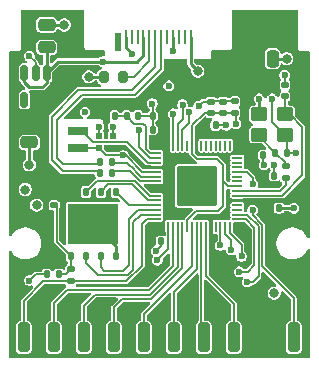
<source format=gbr>
%TF.GenerationSoftware,KiCad,Pcbnew,9.0.4*%
%TF.CreationDate,2025-09-23T00:44:44+02:00*%
%TF.ProjectId,rp2350_gpio_card,72703233-3530-45f6-9770-696f5f636172,X1*%
%TF.SameCoordinates,Original*%
%TF.FileFunction,Copper,L1,Top*%
%TF.FilePolarity,Positive*%
%FSLAX46Y46*%
G04 Gerber Fmt 4.6, Leading zero omitted, Abs format (unit mm)*
G04 Created by KiCad (PCBNEW 9.0.4) date 2025-09-23 00:44:44*
%MOMM*%
%LPD*%
G01*
G04 APERTURE LIST*
G04 Aperture macros list*
%AMRoundRect*
0 Rectangle with rounded corners*
0 $1 Rounding radius*
0 $2 $3 $4 $5 $6 $7 $8 $9 X,Y pos of 4 corners*
0 Add a 4 corners polygon primitive as box body*
4,1,4,$2,$3,$4,$5,$6,$7,$8,$9,$2,$3,0*
0 Add four circle primitives for the rounded corners*
1,1,$1+$1,$2,$3*
1,1,$1+$1,$4,$5*
1,1,$1+$1,$6,$7*
1,1,$1+$1,$8,$9*
0 Add four rect primitives between the rounded corners*
20,1,$1+$1,$2,$3,$4,$5,0*
20,1,$1+$1,$4,$5,$6,$7,0*
20,1,$1+$1,$6,$7,$8,$9,0*
20,1,$1+$1,$8,$9,$2,$3,0*%
%AMFreePoly0*
4,1,18,-0.437500,0.050000,-0.433694,0.069134,-0.422855,0.085355,-0.406634,0.096194,-0.387500,0.100000,0.387500,0.100000,0.437500,0.050000,0.437500,-0.050000,0.433694,-0.069134,0.422855,-0.085355,0.406634,-0.096194,0.387500,-0.100000,-0.387500,-0.100000,-0.406634,-0.096194,-0.422855,-0.085355,-0.433694,-0.069134,-0.437500,-0.050000,-0.437500,0.050000,-0.437500,0.050000,$1*%
%AMFreePoly1*
4,1,18,-0.437500,0.050000,-0.433694,0.069134,-0.422855,0.085355,-0.406634,0.096194,-0.387500,0.100000,0.387500,0.100000,0.406634,0.096194,0.422855,0.085355,0.433694,0.069134,0.437500,0.050000,0.437500,-0.050000,0.387500,-0.100000,-0.387500,-0.100000,-0.406634,-0.096194,-0.422855,-0.085355,-0.433694,-0.069134,-0.437500,-0.050000,-0.437500,0.050000,-0.437500,0.050000,$1*%
%AMFreePoly2*
4,1,18,-0.100000,0.387500,-0.050000,0.437500,0.050000,0.437500,0.069134,0.433694,0.085355,0.422855,0.096194,0.406634,0.100000,0.387500,0.100000,-0.387500,0.096194,-0.406634,0.085355,-0.422855,0.069134,-0.433694,0.050000,-0.437500,-0.050000,-0.437500,-0.069134,-0.433694,-0.085355,-0.422855,-0.096194,-0.406634,-0.100000,-0.387500,-0.100000,0.387500,-0.100000,0.387500,$1*%
%AMFreePoly3*
4,1,18,-0.100000,0.387500,-0.096194,0.406634,-0.085355,0.422855,-0.069134,0.433694,-0.050000,0.437500,0.050000,0.437500,0.100000,0.387500,0.100000,-0.387500,0.096194,-0.406634,0.085355,-0.422855,0.069134,-0.433694,0.050000,-0.437500,-0.050000,-0.437500,-0.069134,-0.433694,-0.085355,-0.422855,-0.096194,-0.406634,-0.100000,-0.387500,-0.100000,0.387500,-0.100000,0.387500,$1*%
%AMFreePoly4*
4,1,18,-0.437500,0.050000,-0.433694,0.069134,-0.422855,0.085355,-0.406634,0.096194,-0.387500,0.100000,0.387500,0.100000,0.406634,0.096194,0.422855,0.085355,0.433694,0.069134,0.437500,0.050000,0.437500,-0.050000,0.433694,-0.069134,0.422855,-0.085355,0.406634,-0.096194,0.387500,-0.100000,-0.387500,-0.100000,-0.437500,-0.050000,-0.437500,0.050000,-0.437500,0.050000,$1*%
%AMFreePoly5*
4,1,18,-0.437500,0.050000,-0.387500,0.100000,0.387500,0.100000,0.406634,0.096194,0.422855,0.085355,0.433694,0.069134,0.437500,0.050000,0.437500,-0.050000,0.433694,-0.069134,0.422855,-0.085355,0.406634,-0.096194,0.387500,-0.100000,-0.387500,-0.100000,-0.406634,-0.096194,-0.422855,-0.085355,-0.433694,-0.069134,-0.437500,-0.050000,-0.437500,0.050000,-0.437500,0.050000,$1*%
%AMFreePoly6*
4,1,18,-0.100000,0.387500,-0.096194,0.406634,-0.085355,0.422855,-0.069134,0.433694,-0.050000,0.437500,0.050000,0.437500,0.069134,0.433694,0.085355,0.422855,0.096194,0.406634,0.100000,0.387500,0.100000,-0.387500,0.050000,-0.437500,-0.050000,-0.437500,-0.069134,-0.433694,-0.085355,-0.422855,-0.096194,-0.406634,-0.100000,-0.387500,-0.100000,0.387500,-0.100000,0.387500,$1*%
%AMFreePoly7*
4,1,18,-0.100000,0.387500,-0.096194,0.406634,-0.085355,0.422855,-0.069134,0.433694,-0.050000,0.437500,0.050000,0.437500,0.069134,0.433694,0.085355,0.422855,0.096194,0.406634,0.100000,0.387500,0.100000,-0.387500,0.096194,-0.406634,0.085355,-0.422855,0.069134,-0.433694,0.050000,-0.437500,-0.050000,-0.437500,-0.100000,-0.387500,-0.100000,0.387500,-0.100000,0.387500,$1*%
G04 Aperture macros list end*
%TA.AperFunction,SMDPad,CuDef*%
%ADD10RoundRect,0.200000X0.200000X0.275000X-0.200000X0.275000X-0.200000X-0.275000X0.200000X-0.275000X0*%
%TD*%
%TA.AperFunction,SMDPad,CuDef*%
%ADD11RoundRect,0.135000X0.185000X-0.135000X0.185000X0.135000X-0.185000X0.135000X-0.185000X-0.135000X0*%
%TD*%
%TA.AperFunction,SMDPad,CuDef*%
%ADD12RoundRect,0.250000X0.475000X-0.250000X0.475000X0.250000X-0.475000X0.250000X-0.475000X-0.250000X0*%
%TD*%
%TA.AperFunction,SMDPad,CuDef*%
%ADD13RoundRect,0.135000X-0.185000X0.135000X-0.185000X-0.135000X0.185000X-0.135000X0.185000X0.135000X0*%
%TD*%
%TA.AperFunction,SMDPad,CuDef*%
%ADD14RoundRect,0.250000X0.450000X0.350000X-0.450000X0.350000X-0.450000X-0.350000X0.450000X-0.350000X0*%
%TD*%
%TA.AperFunction,SMDPad,CuDef*%
%ADD15R,0.530000X0.470000*%
%TD*%
%TA.AperFunction,SMDPad,CuDef*%
%ADD16RoundRect,0.135000X-0.135000X-0.185000X0.135000X-0.185000X0.135000X0.185000X-0.135000X0.185000X0*%
%TD*%
%TA.AperFunction,SMDPad,CuDef*%
%ADD17RoundRect,0.140000X-0.140000X-0.170000X0.140000X-0.170000X0.140000X0.170000X-0.140000X0.170000X0*%
%TD*%
%TA.AperFunction,SMDPad,CuDef*%
%ADD18RoundRect,0.250000X-0.250000X-0.475000X0.250000X-0.475000X0.250000X0.475000X-0.250000X0.475000X0*%
%TD*%
%TA.AperFunction,SMDPad,CuDef*%
%ADD19RoundRect,0.140000X0.140000X0.170000X-0.140000X0.170000X-0.140000X-0.170000X0.140000X-0.170000X0*%
%TD*%
%TA.AperFunction,SMDPad,CuDef*%
%ADD20RoundRect,0.250000X-0.250000X1.000000X-0.250000X-1.000000X0.250000X-1.000000X0.250000X1.000000X0*%
%TD*%
%TA.AperFunction,SMDPad,CuDef*%
%ADD21RoundRect,0.150000X-0.150000X0.512500X-0.150000X-0.512500X0.150000X-0.512500X0.150000X0.512500X0*%
%TD*%
%TA.AperFunction,SMDPad,CuDef*%
%ADD22RoundRect,0.140000X0.170000X-0.140000X0.170000X0.140000X-0.170000X0.140000X-0.170000X-0.140000X0*%
%TD*%
%TA.AperFunction,SMDPad,CuDef*%
%ADD23RoundRect,0.250000X-0.475000X0.250000X-0.475000X-0.250000X0.475000X-0.250000X0.475000X0.250000X0*%
%TD*%
%TA.AperFunction,SMDPad,CuDef*%
%ADD24RoundRect,0.125000X0.125000X-0.250000X0.125000X0.250000X-0.125000X0.250000X-0.125000X-0.250000X0*%
%TD*%
%TA.AperFunction,HeatsinkPad*%
%ADD25R,4.300000X3.400000*%
%TD*%
%TA.AperFunction,SMDPad,CuDef*%
%ADD26R,0.600000X1.550000*%
%TD*%
%TA.AperFunction,SMDPad,CuDef*%
%ADD27R,0.250000X1.300000*%
%TD*%
%TA.AperFunction,SMDPad,CuDef*%
%ADD28FreePoly0,90.000000*%
%TD*%
%TA.AperFunction,SMDPad,CuDef*%
%ADD29RoundRect,0.050000X0.050000X-0.387500X0.050000X0.387500X-0.050000X0.387500X-0.050000X-0.387500X0*%
%TD*%
%TA.AperFunction,SMDPad,CuDef*%
%ADD30FreePoly1,90.000000*%
%TD*%
%TA.AperFunction,SMDPad,CuDef*%
%ADD31FreePoly2,90.000000*%
%TD*%
%TA.AperFunction,SMDPad,CuDef*%
%ADD32RoundRect,0.050000X0.387500X-0.050000X0.387500X0.050000X-0.387500X0.050000X-0.387500X-0.050000X0*%
%TD*%
%TA.AperFunction,SMDPad,CuDef*%
%ADD33FreePoly3,90.000000*%
%TD*%
%TA.AperFunction,SMDPad,CuDef*%
%ADD34FreePoly4,90.000000*%
%TD*%
%TA.AperFunction,SMDPad,CuDef*%
%ADD35FreePoly5,90.000000*%
%TD*%
%TA.AperFunction,SMDPad,CuDef*%
%ADD36FreePoly6,90.000000*%
%TD*%
%TA.AperFunction,SMDPad,CuDef*%
%ADD37FreePoly7,90.000000*%
%TD*%
%TA.AperFunction,ComponentPad*%
%ADD38C,0.600000*%
%TD*%
%TA.AperFunction,SMDPad,CuDef*%
%ADD39RoundRect,0.153000X1.547000X1.547000X-1.547000X1.547000X-1.547000X-1.547000X1.547000X-1.547000X0*%
%TD*%
%TA.AperFunction,SMDPad,CuDef*%
%ADD40R,1.700000X0.700000*%
%TD*%
%TA.AperFunction,ViaPad*%
%ADD41C,0.600000*%
%TD*%
%TA.AperFunction,ViaPad*%
%ADD42C,0.800000*%
%TD*%
%TA.AperFunction,Conductor*%
%ADD43C,0.152400*%
%TD*%
%TA.AperFunction,Conductor*%
%ADD44C,0.127000*%
%TD*%
%TA.AperFunction,Conductor*%
%ADD45C,0.254000*%
%TD*%
%TA.AperFunction,Conductor*%
%ADD46C,0.200000*%
%TD*%
%TA.AperFunction,Conductor*%
%ADD47C,0.250000*%
%TD*%
G04 APERTURE END LIST*
D10*
%TO.P,R4,1*%
%TO.N,Net-(P1-CC)*%
X100530183Y-57546434D03*
%TO.P,R4,2*%
%TO.N,GND*%
X98880183Y-57546434D03*
%TD*%
D11*
%TO.P,R8,1*%
%TO.N,/XOUT*%
X114300000Y-66110000D03*
%TO.P,R8,2*%
%TO.N,Net-(C16-Pad1)*%
X114300000Y-65090000D03*
%TD*%
D12*
%TO.P,C19,1*%
%TO.N,VBUS*%
X94055183Y-55046434D03*
%TO.P,C19,2*%
%TO.N,GND*%
X94055183Y-53146434D03*
%TD*%
D13*
%TO.P,R5,1*%
%TO.N,+3.3V*%
X94700000Y-67390000D03*
%TO.P,R5,2*%
%TO.N,/FLASH_SS*%
X94700000Y-68410000D03*
%TD*%
D14*
%TO.P,Y1,1,1*%
%TO.N,/XIN*%
X114235183Y-60726434D03*
%TO.P,Y1,2,2*%
%TO.N,GND*%
X112035183Y-60726434D03*
%TO.P,Y1,3,3*%
%TO.N,Net-(C16-Pad1)*%
X112035183Y-62426434D03*
%TO.P,Y1,4,4*%
%TO.N,GND*%
X114235183Y-62426434D03*
%TD*%
D15*
%TO.P,C1,1*%
%TO.N,+3.3V*%
X99700000Y-63565000D03*
%TO.P,C1,2*%
%TO.N,GND*%
X99700000Y-62535000D03*
%TD*%
D16*
%TO.P,R7,1*%
%TO.N,/GPIO0*%
X94070000Y-74250000D03*
%TO.P,R7,2*%
%TO.N,/FLASH_SS*%
X95090000Y-74250000D03*
%TD*%
D17*
%TO.P,C9,1*%
%TO.N,+3.3V*%
X102780000Y-71480000D03*
%TO.P,C9,2*%
%TO.N,GND*%
X103740000Y-71480000D03*
%TD*%
D18*
%TO.P,C2,1*%
%TO.N,+3.3V*%
X111280000Y-56000000D03*
%TO.P,C2,2*%
%TO.N,GND*%
X113180000Y-56000000D03*
%TD*%
D17*
%TO.P,C10,1*%
%TO.N,+3.3V*%
X107400000Y-61646434D03*
%TO.P,C10,2*%
%TO.N,GND*%
X108360000Y-61646434D03*
%TD*%
D19*
%TO.P,C17,1*%
%TO.N,+3.3V*%
X103980000Y-60850000D03*
%TO.P,C17,2*%
%TO.N,GND*%
X103020000Y-60850000D03*
%TD*%
D20*
%TO.P,J2,1,Pin_1*%
%TO.N,/RUN*%
X114985183Y-79600000D03*
%TO.P,J2,2,Pin_2*%
%TO.N,+3.3V*%
X112445183Y-79600000D03*
%TO.P,J2,3,Pin_3*%
%TO.N,/GPIO7*%
X109905183Y-79600000D03*
%TO.P,J2,4,Pin_4*%
%TO.N,/GPIO6*%
X107365183Y-79600000D03*
%TO.P,J2,5,Pin_5*%
%TO.N,/GPIO5*%
X104825183Y-79600000D03*
%TO.P,J2,6,Pin_6*%
%TO.N,/GPIO4*%
X102285183Y-79600000D03*
%TO.P,J2,7,Pin_7*%
%TO.N,/GPIO3*%
X99745183Y-79600000D03*
%TO.P,J2,8,Pin_8*%
%TO.N,/GPIO2*%
X97205183Y-79600000D03*
%TO.P,J2,9,Pin_9*%
%TO.N,/GPIO1*%
X94665183Y-79600000D03*
%TO.P,J2,10,Pin_10*%
%TO.N,/QSPI_SS*%
X92125183Y-79600000D03*
%TD*%
D19*
%TO.P,C8,1*%
%TO.N,+3.3V*%
X103980000Y-62000000D03*
%TO.P,C8,2*%
%TO.N,GND*%
X103020000Y-62000000D03*
%TD*%
D15*
%TO.P,C3,1*%
%TO.N,+1V1*%
X98500000Y-63565000D03*
%TO.P,C3,2*%
%TO.N,GND*%
X98500000Y-62535000D03*
%TD*%
D17*
%TO.P,C5,1*%
%TO.N,/VREG_AVDD*%
X100820000Y-60850000D03*
%TO.P,C5,2*%
%TO.N,GND*%
X101780000Y-60850000D03*
%TD*%
D16*
%TO.P,R3,1*%
%TO.N,/USB_D-*%
X98590000Y-64750000D03*
%TO.P,R3,2*%
%TO.N,Net-(U1-USB_DM)*%
X99610000Y-64750000D03*
%TD*%
D21*
%TO.P,U4,1,VIN*%
%TO.N,VBUS*%
X94067683Y-57208934D03*
%TO.P,U4,2,GND*%
%TO.N,GND*%
X93117683Y-57208934D03*
%TO.P,U4,3,EN*%
%TO.N,VBUS*%
X92167683Y-57208934D03*
%TO.P,U4,4,NC*%
%TO.N,unconnected-(U4-NC-Pad4)*%
X92167683Y-59483934D03*
%TO.P,U4,5,VOUT*%
%TO.N,+3.3V*%
X94067683Y-59483934D03*
%TD*%
D16*
%TO.P,R1,1*%
%TO.N,+3.3V*%
X98790000Y-60860000D03*
%TO.P,R1,2*%
%TO.N,/VREG_AVDD*%
X99810000Y-60860000D03*
%TD*%
D22*
%TO.P,C15,1*%
%TO.N,/XIN*%
X114235183Y-59180000D03*
%TO.P,C15,2*%
%TO.N,GND*%
X114235183Y-58220000D03*
%TD*%
D16*
%TO.P,R2,1*%
%TO.N,/USB_D+*%
X98590000Y-65700000D03*
%TO.P,R2,2*%
%TO.N,Net-(U1-USB_DP)*%
X99610000Y-65700000D03*
%TD*%
D23*
%TO.P,C21,1*%
%TO.N,+3.3V*%
X92600000Y-61200000D03*
%TO.P,C21,2*%
%TO.N,GND*%
X92600000Y-63100000D03*
%TD*%
D17*
%TO.P,C12,1*%
%TO.N,+3.3V*%
X111440000Y-64160000D03*
%TO.P,C12,2*%
%TO.N,GND*%
X112400000Y-64160000D03*
%TD*%
D22*
%TO.P,C4,1*%
%TO.N,+1V1*%
X110005183Y-60576434D03*
%TO.P,C4,2*%
%TO.N,GND*%
X110005183Y-59616434D03*
%TD*%
D24*
%TO.P,U2,1,~{CS}*%
%TO.N,/FLASH_SS*%
X96100183Y-72696434D03*
%TO.P,U2,2,DO/IO_{1}*%
%TO.N,/QSPI_SD1*%
X97370183Y-72696434D03*
%TO.P,U2,3,~{WP}/IO_{2}*%
%TO.N,/QSPI_SD2*%
X98640183Y-72696434D03*
%TO.P,U2,4,GND*%
%TO.N,GND*%
X99910183Y-72696434D03*
%TO.P,U2,5,DI/IO_{0}*%
%TO.N,/QSPI_SD0*%
X99910183Y-67296434D03*
%TO.P,U2,6,CLK*%
%TO.N,/QSPI_SCLK*%
X98640183Y-67296434D03*
%TO.P,U2,7,~{HOLD}/~{RESET}/IO_{3}*%
%TO.N,/QSPI_SD3*%
X97370183Y-67296434D03*
%TO.P,U2,8,VCC*%
%TO.N,+3.3V*%
X96100183Y-67296434D03*
D25*
%TO.P,U2,9,EP*%
%TO.N,GND*%
X98005183Y-69996434D03*
%TD*%
D26*
%TO.P,P1,25*%
%TO.N,N/C*%
X100100000Y-54575000D03*
D27*
%TO.P,P1,A1,GND*%
%TO.N,GND*%
X100750000Y-54150000D03*
%TO.P,P1,A2*%
%TO.N,N/C*%
X101250000Y-54150000D03*
%TO.P,P1,A3*%
X101750000Y-54150000D03*
%TO.P,P1,A4,VBUS*%
%TO.N,VBUS*%
X102250000Y-54150000D03*
%TO.P,P1,A5,CC*%
%TO.N,Net-(P1-CC)*%
X102750000Y-54150000D03*
%TO.P,P1,A6,D+*%
%TO.N,/USB_D+*%
X103250000Y-54150000D03*
%TO.P,P1,A7,D-*%
%TO.N,/USB_D-*%
X103750000Y-54150000D03*
%TO.P,P1,A8*%
%TO.N,N/C*%
X104250000Y-54150000D03*
%TO.P,P1,A9,VBUS*%
%TO.N,VBUS*%
X104750000Y-54150000D03*
%TO.P,P1,A10*%
%TO.N,N/C*%
X105250000Y-54150000D03*
%TO.P,P1,A11*%
X105750000Y-54150000D03*
%TO.P,P1,A12,GND*%
%TO.N,GND*%
X106250000Y-54150000D03*
%TD*%
D22*
%TO.P,C6,1*%
%TO.N,+1V1*%
X109000000Y-60610000D03*
%TO.P,C6,2*%
%TO.N,GND*%
X109000000Y-59650000D03*
%TD*%
%TO.P,C7,1*%
%TO.N,+1V1*%
X107980000Y-60600000D03*
%TO.P,C7,2*%
%TO.N,GND*%
X107980000Y-59640000D03*
%TD*%
D17*
%TO.P,C13,1*%
%TO.N,+3.3V*%
X112770000Y-68650000D03*
%TO.P,C13,2*%
%TO.N,GND*%
X113730000Y-68650000D03*
%TD*%
D11*
%TO.P,R6,1*%
%TO.N,/QSPI_SS*%
X96100000Y-74850000D03*
%TO.P,R6,2*%
%TO.N,/FLASH_SS*%
X96100000Y-73830000D03*
%TD*%
D17*
%TO.P,C14,1*%
%TO.N,+3.3V*%
X112367836Y-65930000D03*
%TO.P,C14,2*%
%TO.N,GND*%
X113327836Y-65930000D03*
%TD*%
%TO.P,C16,1*%
%TO.N,Net-(C16-Pad1)*%
X113405183Y-63956434D03*
%TO.P,C16,2*%
%TO.N,GND*%
X114365183Y-63956434D03*
%TD*%
D28*
%TO.P,U1,1,IOVDD*%
%TO.N,+3.3V*%
X103955183Y-70233934D03*
D29*
%TO.P,U1,2,GPIO0*%
%TO.N,/GPIO0*%
X104355183Y-70233934D03*
%TO.P,U1,3,GPIO1*%
%TO.N,/GPIO1*%
X104755183Y-70233934D03*
%TO.P,U1,4,GPIO2*%
%TO.N,/GPIO2*%
X105155183Y-70233934D03*
%TO.P,U1,5,GPIO3*%
%TO.N,/GPIO3*%
X105555183Y-70233934D03*
%TO.P,U1,6,DVDD*%
%TO.N,+1V1*%
X105955183Y-70233934D03*
%TO.P,U1,7,GPIO4*%
%TO.N,/GPIO4*%
X106355183Y-70233934D03*
%TO.P,U1,8,GPIO5*%
%TO.N,/GPIO5*%
X106755183Y-70233934D03*
%TO.P,U1,9,GPIO6*%
%TO.N,/GPIO6*%
X107155183Y-70233934D03*
%TO.P,U1,10,GPIO7*%
%TO.N,/GPIO7*%
X107555183Y-70233934D03*
%TO.P,U1,11,IOVDD*%
%TO.N,+3.3V*%
X107955183Y-70233934D03*
%TO.P,U1,12,GPIO8*%
%TO.N,/GPIO8*%
X108355183Y-70233934D03*
%TO.P,U1,13,GPIO9*%
%TO.N,/GPIO9*%
X108755183Y-70233934D03*
%TO.P,U1,14,GPIO10*%
%TO.N,/GPIO10*%
X109155183Y-70233934D03*
D30*
%TO.P,U1,15,GPIO11*%
%TO.N,/GPIO11*%
X109555183Y-70233934D03*
D31*
%TO.P,U1,16,GPIO12*%
%TO.N,/GPIO12*%
X110192683Y-69596434D03*
D32*
%TO.P,U1,17,GPIO13*%
%TO.N,/GPIO13*%
X110192683Y-69196434D03*
%TO.P,U1,18,GPIO14*%
%TO.N,/GPIO14*%
X110192683Y-68796434D03*
%TO.P,U1,19,GPIO15*%
%TO.N,/GPIO15*%
X110192683Y-68396434D03*
%TO.P,U1,20,IOVDD*%
%TO.N,+3.3V*%
X110192683Y-67996434D03*
%TO.P,U1,21,XIN*%
%TO.N,/XIN*%
X110192683Y-67596434D03*
%TO.P,U1,22,XOUT*%
%TO.N,/XOUT*%
X110192683Y-67196434D03*
%TO.P,U1,23,DVDD*%
%TO.N,+1V1*%
X110192683Y-66796434D03*
%TO.P,U1,24,SWCLK*%
%TO.N,/SWCLK*%
X110192683Y-66396434D03*
%TO.P,U1,25,SWD*%
%TO.N,/SWD*%
X110192683Y-65996434D03*
%TO.P,U1,26,RUN*%
%TO.N,/RUN*%
X110192683Y-65596434D03*
%TO.P,U1,27,GPIO16*%
%TO.N,/GPIO16*%
X110192683Y-65196434D03*
%TO.P,U1,28,GPIO17*%
%TO.N,/GPIO17*%
X110192683Y-64796434D03*
%TO.P,U1,29,GPIO18*%
%TO.N,/GPIO18*%
X110192683Y-64396434D03*
D33*
%TO.P,U1,30,IOVDD*%
%TO.N,+3.3V*%
X110192683Y-63996434D03*
D34*
%TO.P,U1,31,GPIO19*%
%TO.N,/GPIO19*%
X109555183Y-63358934D03*
D29*
%TO.P,U1,32,GPIO20*%
%TO.N,/GPIO20*%
X109155183Y-63358934D03*
%TO.P,U1,33,GPIO21*%
%TO.N,/GPIO21*%
X108755183Y-63358934D03*
%TO.P,U1,34,GPIO22*%
%TO.N,/GPIO22*%
X108355183Y-63358934D03*
%TO.P,U1,35,GPIO23*%
%TO.N,/GPIO23*%
X107955183Y-63358934D03*
%TO.P,U1,36,GPIO24*%
%TO.N,/GPIO24*%
X107555183Y-63358934D03*
%TO.P,U1,37,GPIO25*%
%TO.N,/GPIO25*%
X107155183Y-63358934D03*
%TO.P,U1,38,IOVDD*%
%TO.N,+3.3V*%
X106755183Y-63358934D03*
%TO.P,U1,39,DVDD*%
%TO.N,+1V1*%
X106355183Y-63358934D03*
%TO.P,U1,40,GPIO26_ADC0*%
%TO.N,/GPIO26_ADC0*%
X105955183Y-63358934D03*
%TO.P,U1,41,GPIO27_ADC1*%
%TO.N,/GPIO27_ADC1*%
X105555183Y-63358934D03*
%TO.P,U1,42,GPIO28_ADC2*%
%TO.N,/GPIO28_ADC2*%
X105155183Y-63358934D03*
%TO.P,U1,43,GPIO29_ADC3*%
%TO.N,/GPIO29_ADC3*%
X104755183Y-63358934D03*
%TO.P,U1,44,ADC_AVDD*%
%TO.N,+3.3V*%
X104355183Y-63358934D03*
D35*
%TO.P,U1,45,IOVDD*%
X103955183Y-63358934D03*
D36*
%TO.P,U1,46,VREG_AVDD*%
%TO.N,/VREG_AVDD*%
X103317683Y-63996434D03*
D32*
%TO.P,U1,47,VREG_PGND*%
%TO.N,GND*%
X103317683Y-64396434D03*
%TO.P,U1,48,VREG_LX*%
%TO.N,/VREG_LX*%
X103317683Y-64796434D03*
%TO.P,U1,49,VREG_VIN*%
%TO.N,+3.3V*%
X103317683Y-65196434D03*
%TO.P,U1,50,VREG_FB*%
%TO.N,+1V1*%
X103317683Y-65596434D03*
%TO.P,U1,51,USB_DM*%
%TO.N,Net-(U1-USB_DM)*%
X103317683Y-65996434D03*
%TO.P,U1,52,USB_DP*%
%TO.N,Net-(U1-USB_DP)*%
X103317683Y-66396434D03*
%TO.P,U1,53,USB_OTP_VDD*%
%TO.N,+3.3V*%
X103317683Y-66796434D03*
%TO.P,U1,54,QSPI_IOVDD*%
X103317683Y-67196434D03*
%TO.P,U1,55,QSPI_SD3*%
%TO.N,/QSPI_SD3*%
X103317683Y-67596434D03*
%TO.P,U1,56,QSPI_SCLK*%
%TO.N,/QSPI_SCLK*%
X103317683Y-67996434D03*
%TO.P,U1,57,QSPI_SD0*%
%TO.N,/QSPI_SD0*%
X103317683Y-68396434D03*
%TO.P,U1,58,QSPI_SD2*%
%TO.N,/QSPI_SD2*%
X103317683Y-68796434D03*
%TO.P,U1,59,QSPI_SD1*%
%TO.N,/QSPI_SD1*%
X103317683Y-69196434D03*
D37*
%TO.P,U1,60,QSPI_SS*%
%TO.N,/QSPI_SS*%
X103317683Y-69596434D03*
D38*
%TO.P,U1,61,GND*%
%TO.N,GND*%
X105380183Y-68171434D03*
X106755183Y-68171434D03*
X108130183Y-68171434D03*
X105380183Y-66796434D03*
X106755183Y-66796434D03*
D39*
X106755183Y-66796434D03*
D38*
X108130183Y-66796434D03*
X105380183Y-65421434D03*
X106755183Y-65421434D03*
X108130183Y-65421434D03*
%TD*%
D40*
%TO.P,L1,1,1*%
%TO.N,+1V1*%
X96708211Y-63550000D03*
%TO.P,L1,2,2*%
%TO.N,/VREG_LX*%
X96708211Y-62150000D03*
%TD*%
D41*
%TO.N,+1V1*%
X110100000Y-61510000D03*
X100550000Y-64200000D03*
%TO.N,VBUS*%
X98800000Y-56250000D03*
X104750000Y-55350000D03*
%TO.N,/GPIO27_ADC1*%
X106140000Y-60530000D03*
%TO.N,/GPIO29_ADC3*%
X104755183Y-60670000D03*
%TO.N,/GPIO11*%
X110555183Y-72750000D03*
%TO.N,/RUN*%
X111500000Y-66600000D03*
X111500000Y-68800000D03*
%TO.N,/GPIO10*%
X109680183Y-72205729D03*
%TO.N,/GPIO9*%
X108755502Y-71815683D03*
%TO.N,/GPIO28_ADC2*%
X105560000Y-59900000D03*
%TO.N,/GPIO0*%
X103434390Y-73064390D03*
X92605000Y-74785000D03*
%TO.N,/GPIO13*%
X111040000Y-74896434D03*
%TO.N,/GPIO12*%
X110370000Y-74046434D03*
%TO.N,GND*%
X115150000Y-63950000D03*
X112450000Y-65000000D03*
D42*
X95550000Y-53150000D03*
D41*
X103304724Y-72274724D03*
D42*
X96600000Y-70000000D03*
D41*
X109260000Y-61650000D03*
X112050000Y-59400000D03*
X114200000Y-57400000D03*
X113300000Y-65000000D03*
D42*
X114400000Y-56000000D03*
D41*
X103010000Y-59820000D03*
X106930000Y-60010000D03*
D42*
X98005183Y-69996434D03*
D41*
X101850000Y-62050000D03*
D42*
X92600000Y-65000000D03*
D41*
X104400000Y-58300000D03*
D42*
X98000000Y-71000000D03*
X93200000Y-68410000D03*
X113330000Y-75850000D03*
D41*
X114990000Y-68660000D03*
X97300000Y-60530000D03*
X99700000Y-61750000D03*
D42*
X106860000Y-57060000D03*
X92250000Y-67080000D03*
D41*
X98500000Y-61750000D03*
X92600000Y-55800000D03*
X113150000Y-59400000D03*
X101290000Y-55590000D03*
D42*
X99300000Y-70000000D03*
X97630183Y-57546434D03*
X98000000Y-69000000D03*
%TD*%
D43*
%TO.N,+1V1*%
X109000000Y-66373821D02*
X109422613Y-66796434D01*
D44*
X96708211Y-63550000D02*
X98485000Y-63550000D01*
D43*
X107423566Y-60576434D02*
X110005183Y-60576434D01*
X106355183Y-63358934D02*
X106355183Y-61644817D01*
D44*
X98485000Y-63550000D02*
X98500000Y-63565000D01*
D43*
X109422613Y-66796434D02*
X110192683Y-66796434D01*
D44*
X100550000Y-64200000D02*
X100737500Y-64200000D01*
D43*
X106800000Y-64500000D02*
X106355183Y-64055183D01*
D44*
X99085000Y-64150000D02*
X98500000Y-63565000D01*
D43*
X105955183Y-70233934D02*
X105955183Y-69644817D01*
D44*
X102133934Y-65596434D02*
X103317683Y-65596434D01*
D43*
X110100000Y-61510000D02*
X110100000Y-60471251D01*
X110100000Y-60671251D02*
X110005183Y-60576434D01*
X108500000Y-64500000D02*
X106800000Y-64500000D01*
X108600000Y-68900000D02*
X109000000Y-68500000D01*
X106355183Y-61644817D02*
X107423566Y-60576434D01*
X106700000Y-68900000D02*
X108600000Y-68900000D01*
X105955183Y-69644817D02*
X106700000Y-68900000D01*
X109000000Y-65000000D02*
X108500000Y-64500000D01*
X106355183Y-64055183D02*
X106355183Y-63358934D01*
D44*
X100550000Y-64200000D02*
X100500000Y-64150000D01*
D43*
X109000000Y-66373821D02*
X109000000Y-65000000D01*
D44*
X100737500Y-64200000D02*
X102133934Y-65596434D01*
X100500000Y-64150000D02*
X99085000Y-64150000D01*
D43*
X109000000Y-68500000D02*
X109000000Y-66373821D01*
D45*
%TO.N,VBUS*%
X92167683Y-58008934D02*
X92555183Y-58396434D01*
X101690183Y-56246434D02*
X102250000Y-55686617D01*
X94067683Y-57208934D02*
X94067683Y-55058934D01*
X94067683Y-58033934D02*
X94067683Y-57208934D01*
X94067683Y-57208934D02*
X95030183Y-56246434D01*
D43*
X94067683Y-55058934D02*
X94055183Y-55046434D01*
D45*
X93705183Y-58396434D02*
X94067683Y-58033934D01*
X92167683Y-57208934D02*
X92167683Y-58008934D01*
X104750000Y-55350000D02*
X104750000Y-54150000D01*
X95030183Y-56246434D02*
X101690183Y-56246434D01*
X102250000Y-55686617D02*
X102250000Y-54150000D01*
X92555183Y-58396434D02*
X93705183Y-58396434D01*
D44*
%TO.N,/VREG_AVDD*%
X99820000Y-60850000D02*
X99810000Y-60860000D01*
X100820000Y-60850000D02*
X99820000Y-60850000D01*
X100800000Y-60830000D02*
X100820000Y-60850000D01*
D43*
X102796434Y-63996434D02*
X103317683Y-63996434D01*
X103314117Y-64000000D02*
X103317683Y-63996434D01*
X101462800Y-61492800D02*
X100820000Y-60850000D01*
X102462800Y-63662800D02*
X102796434Y-63996434D01*
X102462800Y-61712800D02*
X102242800Y-61492800D01*
X102462800Y-61712800D02*
X102462800Y-63662800D01*
X102242800Y-61492800D02*
X101462800Y-61492800D01*
%TO.N,/XIN*%
X114235183Y-60726434D02*
X114235183Y-59180000D01*
X115710000Y-65890000D02*
X115710000Y-61810000D01*
X115710000Y-61810000D02*
X114626434Y-60726434D01*
X114003566Y-67596434D02*
X115710000Y-65890000D01*
X109842683Y-67596434D02*
X114003566Y-67596434D01*
X114626434Y-60726434D02*
X114235183Y-60726434D01*
%TO.N,Net-(C16-Pad1)*%
X114300000Y-64851251D02*
X113405183Y-63956434D01*
X113405183Y-63956434D02*
X112035183Y-62586434D01*
X112035183Y-62586434D02*
X112035183Y-62426434D01*
X112025183Y-62436434D02*
X112035183Y-62426434D01*
X114300000Y-65090000D02*
X114300000Y-64851251D01*
%TO.N,+3.3V*%
X103963566Y-67196434D02*
X104355183Y-66804817D01*
D46*
X112445183Y-77283175D02*
X112445183Y-79600000D01*
X107955183Y-70233934D02*
X107955183Y-72793175D01*
D43*
X107955183Y-70233934D02*
X107932383Y-70256734D01*
X94105183Y-59446434D02*
X94067683Y-59483934D01*
X107400000Y-61646434D02*
X107400000Y-61780000D01*
X103317683Y-66796434D02*
X103828749Y-66796434D01*
X104355183Y-66804817D02*
X104355183Y-66270000D01*
X104355183Y-66270000D02*
X104355183Y-63358934D01*
D46*
X107955183Y-72793175D02*
X112445183Y-77283175D01*
D43*
X103828749Y-66796434D02*
X104355183Y-66270000D01*
X103317683Y-67196434D02*
X103963566Y-67196434D01*
%TO.N,/GPIO27_ADC1*%
X105555183Y-62024817D02*
X106140000Y-61440000D01*
X106140000Y-61440000D02*
X106140000Y-60530000D01*
X105555183Y-63358934D02*
X105555183Y-62024817D01*
%TO.N,/GPIO29_ADC3*%
X104755183Y-60700000D02*
X104755183Y-63358934D01*
%TO.N,/GPIO11*%
X110555183Y-71771434D02*
X109555183Y-70771434D01*
X110555183Y-72771434D02*
X110555183Y-72750000D01*
X110555183Y-72771434D02*
X110580183Y-72746434D01*
X110555183Y-72750000D02*
X110555183Y-71771434D01*
X109555183Y-70771434D02*
X109555183Y-70233934D01*
%TO.N,/QSPI_SS*%
X103317683Y-69596434D02*
X102555183Y-69596434D01*
X100798163Y-74850000D02*
X96100000Y-74850000D01*
X96100000Y-74850000D02*
X93790000Y-74850000D01*
X102555183Y-69596434D02*
X102130183Y-70021434D01*
D44*
X101071329Y-74576834D02*
X101068163Y-74580000D01*
D43*
X92125183Y-76514817D02*
X92125183Y-79600000D01*
X102130183Y-73517980D02*
X100798163Y-74850000D01*
X93790000Y-74850000D02*
X92125183Y-76514817D01*
X102130183Y-70021434D02*
X102130183Y-73517980D01*
%TO.N,/RUN*%
X111500000Y-66100000D02*
X110996434Y-65596434D01*
X112280400Y-73580400D02*
X114985183Y-76285183D01*
X110996434Y-65596434D02*
X110192683Y-65596434D01*
X111500000Y-69269922D02*
X112280400Y-70050323D01*
X114985183Y-76285183D02*
X114985183Y-80196434D01*
X112280400Y-70050323D02*
X112280400Y-73580400D01*
X111500000Y-68800000D02*
X111500000Y-69269922D01*
X111500000Y-66570000D02*
X111500000Y-66100000D01*
%TO.N,/GPIO10*%
X109680183Y-71396218D02*
X109155183Y-70871218D01*
X109155183Y-70871218D02*
X109155183Y-70233934D01*
X109680183Y-72196434D02*
X109680183Y-71396218D01*
%TO.N,/GPIO9*%
X108755502Y-71815683D02*
X108755183Y-71815364D01*
X108755183Y-71815364D02*
X108755183Y-70233934D01*
%TO.N,/GPIO28_ADC2*%
X105155183Y-61504817D02*
X105155183Y-63358934D01*
X105560000Y-59900000D02*
X105560000Y-61100000D01*
X105560000Y-61100000D02*
X105155183Y-61504817D01*
%TO.N,/GPIO2*%
X105155183Y-70233934D02*
X105155183Y-73646002D01*
X102811185Y-75990000D02*
X98118417Y-75990000D01*
X105155183Y-73646002D02*
X102811185Y-75990000D01*
X98118417Y-75990000D02*
X97205183Y-76903234D01*
X97205183Y-76903234D02*
X97205183Y-80196434D01*
%TO.N,/GPIO1*%
X104755183Y-73546218D02*
X102721401Y-75580000D01*
X102721401Y-75580000D02*
X95771617Y-75580000D01*
X94665183Y-76706434D02*
X94665183Y-80196434D01*
X94655183Y-76696434D02*
X94665183Y-76706434D01*
X95771617Y-75580000D02*
X94655183Y-76696434D01*
X104755183Y-70233934D02*
X104755183Y-73546218D01*
%TO.N,/GPIO5*%
X106755183Y-73846218D02*
X104825183Y-75776218D01*
X106755183Y-70233934D02*
X106755183Y-73846218D01*
X104825183Y-75776218D02*
X104825183Y-80196434D01*
%TO.N,/GPIO4*%
X106355183Y-73571434D02*
X102285183Y-77641434D01*
X106355183Y-70233934D02*
X106355183Y-73571434D01*
X102285183Y-77641434D02*
X102285183Y-80196434D01*
%TO.N,/GPIO6*%
X107155183Y-70233934D02*
X107155183Y-79986434D01*
X107155183Y-79986434D02*
X107365183Y-80196434D01*
%TO.N,/GPIO0*%
X104357200Y-70235951D02*
X104355183Y-70233934D01*
D44*
X93140000Y-74250000D02*
X92605000Y-74785000D01*
D43*
X104355183Y-72144817D02*
X103602808Y-72897192D01*
X103602808Y-72897192D02*
X103601588Y-72897192D01*
D44*
X94070000Y-74250000D02*
X93140000Y-74250000D01*
D43*
X104355183Y-72144817D02*
X104355183Y-70233934D01*
%TO.N,/GPIO3*%
X100441817Y-76370000D02*
X99745183Y-77066634D01*
X105555183Y-73745785D02*
X102930968Y-76370000D01*
X105555183Y-70233934D02*
X105555183Y-73745785D01*
X102930968Y-76370000D02*
X100441817Y-76370000D01*
X99745183Y-77066634D02*
X99745183Y-80196434D01*
%TO.N,/GPIO7*%
X109905183Y-76746434D02*
X109905183Y-80196434D01*
X107555183Y-74396434D02*
X109905183Y-76746434D01*
X107555183Y-70233934D02*
X107555183Y-74396434D01*
%TO.N,/VREG_LX*%
X97062611Y-62150000D02*
X96708211Y-62150000D01*
X102619565Y-64796434D02*
X100875931Y-63052800D01*
X97965411Y-63052800D02*
X97062611Y-62150000D01*
X100875931Y-63052800D02*
X97965411Y-63052800D01*
D44*
X96708211Y-62150000D02*
X97234500Y-62150000D01*
D43*
X103317683Y-64796434D02*
X102619565Y-64796434D01*
D46*
%TO.N,Net-(P1-CC)*%
X101423566Y-57546434D02*
X102750000Y-56220000D01*
X100530183Y-57546434D02*
X101423566Y-57546434D01*
X102750000Y-56220000D02*
X102750000Y-54150000D01*
%TO.N,/USB_D+*%
X101308061Y-58650000D02*
X103250000Y-56708061D01*
X98590000Y-65700000D02*
X98430000Y-65540000D01*
X94500000Y-64610000D02*
X94500000Y-60900000D01*
X98430000Y-65540000D02*
X95430000Y-65540000D01*
X95430000Y-65540000D02*
X94500000Y-64610000D01*
X96750000Y-58650000D02*
X101308061Y-58650000D01*
X103250000Y-56708061D02*
X103250000Y-54150000D01*
X94500000Y-60900000D02*
X96750000Y-58650000D01*
%TO.N,/USB_D-*%
X98540000Y-64800000D02*
X98590000Y-64750000D01*
X94960000Y-61153862D02*
X97063862Y-59050000D01*
X98420000Y-64920000D02*
X95440000Y-64920000D01*
X98590000Y-64750000D02*
X98420000Y-64920000D01*
X94960000Y-64440000D02*
X94960000Y-61153862D01*
X101550000Y-59050000D02*
X103750000Y-56850000D01*
X95440000Y-64920000D02*
X94960000Y-64440000D01*
X103750000Y-56850000D02*
X103750000Y-54150000D01*
X97063862Y-59050000D02*
X101550000Y-59050000D01*
D44*
%TO.N,Net-(U1-USB_DP)*%
X101953563Y-66396434D02*
X101507129Y-65950000D01*
D46*
X101107129Y-65550000D02*
X101507129Y-65950000D01*
X99760000Y-65550000D02*
X101107129Y-65550000D01*
D44*
X103317683Y-66396434D02*
X101953563Y-66396434D01*
D46*
X99610000Y-65700000D02*
X99760000Y-65550000D01*
%TO.N,Net-(U1-USB_DM)*%
X99610000Y-64750000D02*
X99710000Y-64850000D01*
D44*
X103317683Y-65996434D02*
X102046434Y-65996434D01*
D46*
X101500000Y-65450000D02*
X101640000Y-65590000D01*
X100900000Y-64850000D02*
X101500000Y-65450000D01*
X100650000Y-64850000D02*
X100900000Y-64850000D01*
X99710000Y-64850000D02*
X100650000Y-64850000D01*
D44*
X102046434Y-65996434D02*
X101640000Y-65590000D01*
D43*
%TO.N,/FLASH_SS*%
X96100183Y-72730183D02*
X96090000Y-72740366D01*
X94700000Y-68410000D02*
X94900000Y-68610000D01*
D44*
X96100000Y-72696617D02*
X96100183Y-72696434D01*
X95090000Y-74250000D02*
X95680000Y-74250000D01*
X95680000Y-74250000D02*
X96100000Y-73830000D01*
D43*
X94900000Y-68610000D02*
X94900000Y-71496251D01*
X96100183Y-72696434D02*
X96100183Y-72730183D01*
X94900000Y-71496251D02*
X96100183Y-72696434D01*
D44*
X96100000Y-73830000D02*
X96100000Y-72696617D01*
D43*
X96090000Y-72706617D02*
X96100183Y-72696434D01*
%TO.N,/XOUT*%
X113803566Y-67196434D02*
X109842683Y-67196434D01*
X114300000Y-66700000D02*
X113803566Y-67196434D01*
X114300000Y-66110000D02*
X114300000Y-66700000D01*
%TO.N,/QSPI_SCLK*%
X99609355Y-66650000D02*
X99615121Y-66644234D01*
X102596434Y-67996434D02*
X103317683Y-67996434D01*
X101250000Y-66650000D02*
X102596434Y-67996434D01*
X99286617Y-66650000D02*
X99609355Y-66650000D01*
X100211011Y-66650000D02*
X101250000Y-66650000D01*
X100205245Y-66644234D02*
X100211011Y-66650000D01*
X98640183Y-67296434D02*
X99286617Y-66650000D01*
X99615121Y-66644234D02*
X100205245Y-66644234D01*
%TO.N,/QSPI_SD1*%
X98396434Y-74296434D02*
X97370183Y-73270183D01*
X100955183Y-74296434D02*
X98396434Y-74296434D01*
X101358583Y-69841417D02*
X101358583Y-73893034D01*
X103317683Y-69196434D02*
X102003566Y-69196434D01*
X97370183Y-73270183D02*
X97370183Y-72696434D01*
X102003566Y-69196434D02*
X101358583Y-69841417D01*
X101358583Y-73893034D02*
X100955183Y-74296434D01*
%TO.N,/GPIO13*%
X110192683Y-69196434D02*
X111029966Y-69196434D01*
X111540302Y-74896434D02*
X111055183Y-74896434D01*
X111029966Y-69196434D02*
X112000000Y-70166468D01*
X112000000Y-70166468D02*
X112000000Y-74436736D01*
X112000000Y-74436736D02*
X111540302Y-74896434D01*
%TO.N,/QSPI_SD3*%
X101528545Y-66350000D02*
X102774979Y-67596434D01*
X98316617Y-66350000D02*
X101528545Y-66350000D01*
X102774979Y-67596434D02*
X103317683Y-67596434D01*
X97370183Y-67296434D02*
X98316617Y-66350000D01*
%TO.N,/GPIO12*%
X111640000Y-70306251D02*
X110930183Y-69596434D01*
X110405183Y-74046434D02*
X111079013Y-74046434D01*
X110930183Y-69596434D02*
X110192683Y-69596434D01*
X111079013Y-74046434D02*
X111640000Y-73485447D01*
X111640000Y-73485447D02*
X111640000Y-70306251D01*
%TO.N,/QSPI_SD2*%
X103317683Y-68796434D02*
X101803565Y-68796434D01*
X98951783Y-73943034D02*
X98640183Y-73631434D01*
X100558583Y-73943034D02*
X98951783Y-73943034D01*
X101803565Y-68796434D02*
X101005183Y-69594816D01*
X101005183Y-69594816D02*
X101005183Y-73496434D01*
X98640183Y-73631434D02*
X98640183Y-72696434D01*
X101005183Y-73496434D02*
X100558583Y-73943034D01*
%TO.N,/QSPI_SD0*%
X101010183Y-68396434D02*
X103317683Y-68396434D01*
X99910183Y-67296434D02*
X101010183Y-68396434D01*
D46*
%TO.N,GND*%
X114200000Y-57400000D02*
X114200000Y-58184817D01*
D43*
X101850000Y-63450000D02*
X102796434Y-64396434D01*
D46*
X107980000Y-59640000D02*
X107300000Y-59640000D01*
D45*
X94055183Y-53146434D02*
X95546434Y-53146434D01*
X101290000Y-55590000D02*
X100750000Y-55050000D01*
D43*
X106860000Y-57060000D02*
X106860000Y-56980000D01*
X93117683Y-57208934D02*
X93117683Y-56317683D01*
D46*
X107300000Y-59640000D02*
X106930000Y-60010000D01*
X114235183Y-62426434D02*
X113735183Y-62426434D01*
D43*
X112035183Y-60864817D02*
X112035183Y-60726434D01*
X99700000Y-62535000D02*
X99750000Y-62585000D01*
X113250000Y-65852164D02*
X113327836Y-65930000D01*
D47*
X99910183Y-72696434D02*
X99910183Y-71901434D01*
D43*
X101850000Y-62050000D02*
X101850000Y-63450000D01*
D47*
X99910183Y-71901434D02*
X98005183Y-69996434D01*
D43*
X109005183Y-59616434D02*
X110005183Y-59616434D01*
D46*
X114400000Y-63921617D02*
X114365183Y-63956434D01*
D44*
X99700000Y-61750000D02*
X99700000Y-62535000D01*
D45*
X114400000Y-56000000D02*
X113180000Y-56000000D01*
D43*
X93117683Y-57208934D02*
X92980183Y-57071434D01*
D46*
X103020000Y-60850000D02*
X101780000Y-60850000D01*
D45*
X112035183Y-60726434D02*
X112035183Y-59385183D01*
D46*
X113150000Y-61341251D02*
X114235183Y-62426434D01*
D43*
X102796434Y-64396434D02*
X103317683Y-64396434D01*
X113327836Y-65027836D02*
X113300000Y-65000000D01*
D46*
X103020000Y-60850000D02*
X103020000Y-59830000D01*
D45*
X106250000Y-54150000D02*
X106250000Y-56450000D01*
X114990000Y-68660000D02*
X114980000Y-68650000D01*
D46*
X114235183Y-62426434D02*
X114400000Y-62591251D01*
D43*
X93117683Y-56317683D02*
X92600000Y-55800000D01*
D46*
X114365183Y-63956434D02*
X115143566Y-63956434D01*
D45*
X100750000Y-55050000D02*
X100750000Y-54150000D01*
D43*
X101850000Y-60920000D02*
X101780000Y-60850000D01*
D46*
X115143566Y-63956434D02*
X115150000Y-63950000D01*
D43*
X101780000Y-60850000D02*
X101880000Y-60750000D01*
D45*
X92600000Y-63100000D02*
X92600000Y-65000000D01*
D43*
X111730000Y-60421251D02*
X112035183Y-60726434D01*
X112400000Y-64160000D02*
X112400000Y-64950000D01*
D46*
X114400000Y-62591251D02*
X114400000Y-63921617D01*
D45*
X114980000Y-68650000D02*
X113730000Y-68650000D01*
D43*
X112400000Y-64160000D02*
X112430000Y-64160000D01*
D46*
X109256434Y-61646434D02*
X109260000Y-61650000D01*
X108360000Y-61646434D02*
X109256434Y-61646434D01*
D44*
X98500000Y-61750000D02*
X98500000Y-62535000D01*
D43*
X112400000Y-64950000D02*
X112450000Y-65000000D01*
D46*
X113150000Y-60309734D02*
X113150000Y-59400000D01*
D43*
X113327836Y-65930000D02*
X113327836Y-65027836D01*
D46*
X103020000Y-59830000D02*
X103010000Y-59820000D01*
X113150000Y-60309734D02*
X113150000Y-61341251D01*
X103304724Y-72274724D02*
X103740000Y-71839448D01*
D43*
X108005183Y-59616434D02*
X109005183Y-59616434D01*
D45*
X97630183Y-57546434D02*
X98880183Y-57546434D01*
D46*
X103020000Y-60850000D02*
X103020000Y-62000000D01*
D43*
X95546434Y-53146434D02*
X95550000Y-53150000D01*
D46*
X103740000Y-71839448D02*
X103740000Y-71480000D01*
D45*
X106250000Y-56450000D02*
X106860000Y-57060000D01*
D46*
X114365183Y-62556434D02*
X114235183Y-62426434D01*
X114200000Y-58184817D02*
X114235183Y-58220000D01*
%TD*%
%TA.AperFunction,Conductor*%
%TO.N,+3.3V*%
G36*
X97192539Y-51870185D02*
G01*
X97238294Y-51922989D01*
X97249500Y-51974500D01*
X97249500Y-55074329D01*
X97275476Y-55137041D01*
X97287636Y-55166397D01*
X97358103Y-55236864D01*
X97450172Y-55275000D01*
X97450174Y-55275000D01*
X98881509Y-55275000D01*
X98948548Y-55294685D01*
X98994303Y-55347489D01*
X99005508Y-55398440D01*
X99006755Y-55674515D01*
X98987373Y-55741643D01*
X98934776Y-55787636D01*
X98866573Y-55798014D01*
X98859629Y-55797100D01*
X98859625Y-55797100D01*
X98740375Y-55797100D01*
X98625185Y-55827964D01*
X98521913Y-55887590D01*
X98521910Y-55887592D01*
X98479288Y-55930215D01*
X98417965Y-55963700D01*
X98391607Y-55966534D01*
X95067033Y-55966534D01*
X94993333Y-55966534D01*
X94945875Y-55979250D01*
X94922145Y-55985609D01*
X94858322Y-56022457D01*
X94858319Y-56022459D01*
X94559264Y-56321514D01*
X94497941Y-56354999D01*
X94428249Y-56350015D01*
X94372316Y-56308143D01*
X94347899Y-56242679D01*
X94347583Y-56233833D01*
X94347583Y-55823334D01*
X94367268Y-55756295D01*
X94420072Y-55710540D01*
X94471583Y-55699334D01*
X94561896Y-55699334D01*
X94656233Y-55684392D01*
X94656233Y-55684391D01*
X94656238Y-55684391D01*
X94769954Y-55626450D01*
X94860199Y-55536205D01*
X94918140Y-55422489D01*
X94920520Y-55407461D01*
X94933083Y-55328147D01*
X94933083Y-54764720D01*
X94918141Y-54670383D01*
X94918140Y-54670381D01*
X94918140Y-54670379D01*
X94860199Y-54556663D01*
X94860197Y-54556661D01*
X94860194Y-54556657D01*
X94769959Y-54466422D01*
X94769955Y-54466419D01*
X94769954Y-54466418D01*
X94656238Y-54408477D01*
X94656236Y-54408476D01*
X94656233Y-54408475D01*
X94561896Y-54393534D01*
X94561891Y-54393534D01*
X93548475Y-54393534D01*
X93548470Y-54393534D01*
X93454132Y-54408475D01*
X93340410Y-54466419D01*
X93340406Y-54466422D01*
X93250171Y-54556657D01*
X93250168Y-54556661D01*
X93192224Y-54670383D01*
X93177283Y-54764720D01*
X93177283Y-55328147D01*
X93192224Y-55422486D01*
X93200108Y-55437958D01*
X93212123Y-55501936D01*
X93242602Y-55529643D01*
X93244434Y-55528313D01*
X93250171Y-55536210D01*
X93340406Y-55626445D01*
X93340410Y-55626448D01*
X93340412Y-55626450D01*
X93454128Y-55684391D01*
X93454130Y-55684391D01*
X93454132Y-55684392D01*
X93548470Y-55699334D01*
X93548475Y-55699334D01*
X93663783Y-55699334D01*
X93730822Y-55719019D01*
X93776577Y-55771823D01*
X93787783Y-55823334D01*
X93787783Y-56346606D01*
X93779138Y-56376043D01*
X93772615Y-56406034D01*
X93768859Y-56411050D01*
X93768098Y-56413645D01*
X93751464Y-56434288D01*
X93680363Y-56505388D01*
X93619039Y-56538872D01*
X93549348Y-56533887D01*
X93505001Y-56505387D01*
X93441830Y-56442216D01*
X93441828Y-56442214D01*
X93420696Y-56432883D01*
X93367320Y-56387797D01*
X93348428Y-56339581D01*
X93346783Y-56329583D01*
X93346783Y-56272112D01*
X93336567Y-56247449D01*
X93331094Y-56234236D01*
X93331094Y-56234234D01*
X93311907Y-56187913D01*
X93311905Y-56187908D01*
X93088080Y-55964083D01*
X93054595Y-55902760D01*
X93053136Y-55867752D01*
X93052900Y-55867752D01*
X93052900Y-55862085D01*
X93052822Y-55860214D01*
X93052898Y-55859628D01*
X93052900Y-55859625D01*
X93052900Y-55740375D01*
X93024060Y-55632740D01*
X93024975Y-55594279D01*
X92999473Y-55579393D01*
X92982236Y-55556253D01*
X92970664Y-55536210D01*
X92962410Y-55521913D01*
X92878087Y-55437590D01*
X92810278Y-55398440D01*
X92774814Y-55377964D01*
X92683734Y-55353560D01*
X92659625Y-55347100D01*
X92540375Y-55347100D01*
X92425185Y-55377964D01*
X92321913Y-55437590D01*
X92321910Y-55437592D01*
X92237592Y-55521910D01*
X92237590Y-55521913D01*
X92177964Y-55625185D01*
X92147100Y-55740375D01*
X92147100Y-55859624D01*
X92177964Y-55974814D01*
X92184197Y-55985609D01*
X92237590Y-56078087D01*
X92321913Y-56162410D01*
X92321916Y-56162412D01*
X92328362Y-56167358D01*
X92327499Y-56168482D01*
X92369675Y-56212718D01*
X92382895Y-56281325D01*
X92356925Y-56346189D01*
X92300009Y-56386716D01*
X92259457Y-56393534D01*
X91972455Y-56393534D01*
X91947132Y-56396472D01*
X91947130Y-56396472D01*
X91843542Y-56442212D01*
X91843540Y-56442213D01*
X91843538Y-56442214D01*
X91843537Y-56442214D01*
X91843535Y-56442216D01*
X91763465Y-56522286D01*
X91763461Y-56522293D01*
X91717721Y-56625881D01*
X91717721Y-56625883D01*
X91714783Y-56651206D01*
X91714783Y-57766661D01*
X91717721Y-57791984D01*
X91717721Y-57791986D01*
X91746157Y-57856386D01*
X91763463Y-57895579D01*
X91763465Y-57895581D01*
X91851663Y-57983779D01*
X91849226Y-57986215D01*
X91881065Y-58025217D01*
X91886581Y-58041300D01*
X91906856Y-58116966D01*
X91906858Y-58116971D01*
X91932681Y-58161699D01*
X91943706Y-58180794D01*
X91943708Y-58180797D01*
X92219764Y-58456853D01*
X92253249Y-58518176D01*
X92248265Y-58587868D01*
X92206393Y-58643801D01*
X92140929Y-58668218D01*
X92132083Y-58668534D01*
X91972455Y-58668534D01*
X91947132Y-58671472D01*
X91947130Y-58671472D01*
X91843542Y-58717212D01*
X91843540Y-58717213D01*
X91843538Y-58717214D01*
X91843537Y-58717214D01*
X91843535Y-58717216D01*
X91763465Y-58797286D01*
X91763461Y-58797293D01*
X91717721Y-58900881D01*
X91717721Y-58900883D01*
X91714783Y-58926206D01*
X91714783Y-60041661D01*
X91717721Y-60066984D01*
X91717721Y-60066986D01*
X91751521Y-60143534D01*
X91763463Y-60170579D01*
X91843538Y-60250654D01*
X91947133Y-60296396D01*
X91972457Y-60299334D01*
X91972458Y-60299334D01*
X92362908Y-60299334D01*
X92362909Y-60299334D01*
X92388233Y-60296396D01*
X92491828Y-60250654D01*
X92571903Y-60170579D01*
X92617645Y-60066984D01*
X92620583Y-60041660D01*
X92620583Y-58926208D01*
X92617645Y-58900884D01*
X92595362Y-58850420D01*
X92586291Y-58781143D01*
X92616114Y-58717958D01*
X92675363Y-58680926D01*
X92708797Y-58676334D01*
X93742031Y-58676334D01*
X93742033Y-58676334D01*
X93813220Y-58657259D01*
X93877045Y-58620410D01*
X94291659Y-58205797D01*
X94328508Y-58141972D01*
X94330669Y-58133905D01*
X94335325Y-58116533D01*
X94340505Y-58097197D01*
X94347583Y-58070784D01*
X94347583Y-58070776D01*
X94348644Y-58062725D01*
X94350035Y-58062908D01*
X94367268Y-58004222D01*
X94383902Y-57983580D01*
X94411035Y-57956447D01*
X94471903Y-57895579D01*
X94517645Y-57791984D01*
X94520583Y-57766660D01*
X94520583Y-57203234D01*
X94540268Y-57136195D01*
X94556902Y-57115553D01*
X95109802Y-56562653D01*
X95171125Y-56529168D01*
X95197483Y-56526334D01*
X98384475Y-56526334D01*
X98451514Y-56546019D01*
X98472156Y-56562653D01*
X98521913Y-56612410D01*
X98625187Y-56672036D01*
X98647485Y-56678010D01*
X98707145Y-56714375D01*
X98737674Y-56777222D01*
X98729379Y-56846597D01*
X98684894Y-56900475D01*
X98633269Y-56920489D01*
X98578096Y-56928527D01*
X98472282Y-56980256D01*
X98389005Y-57063533D01*
X98337275Y-57169348D01*
X98334434Y-57178546D01*
X98330782Y-57177417D01*
X98324088Y-57191982D01*
X98309587Y-57223737D01*
X98309457Y-57223820D01*
X98309393Y-57223960D01*
X98280230Y-57242603D01*
X98250809Y-57261511D01*
X98250608Y-57261539D01*
X98250524Y-57261594D01*
X98215874Y-57266534D01*
X98178608Y-57266534D01*
X98111569Y-57246849D01*
X98078778Y-57212459D01*
X98077561Y-57213394D01*
X98072615Y-57206948D01*
X98072613Y-57206945D01*
X97969672Y-57104004D01*
X97969671Y-57104003D01*
X97969668Y-57104001D01*
X97843596Y-57031214D01*
X97843595Y-57031213D01*
X97843594Y-57031213D01*
X97702974Y-56993534D01*
X97557392Y-56993534D01*
X97416772Y-57031213D01*
X97416770Y-57031214D01*
X97416769Y-57031214D01*
X97290697Y-57104001D01*
X97290692Y-57104005D01*
X97187754Y-57206943D01*
X97187750Y-57206948D01*
X97114963Y-57333020D01*
X97114963Y-57333021D01*
X97114962Y-57333023D01*
X97077283Y-57473643D01*
X97077283Y-57619225D01*
X97114962Y-57759845D01*
X97114963Y-57759846D01*
X97114963Y-57759847D01*
X97187750Y-57885919D01*
X97187752Y-57885922D01*
X97187753Y-57885923D01*
X97290694Y-57988864D01*
X97416772Y-58061655D01*
X97557392Y-58099334D01*
X97557394Y-58099334D01*
X97702971Y-58099334D01*
X97702974Y-58099334D01*
X97843594Y-58061655D01*
X97969672Y-57988864D01*
X98072613Y-57885923D01*
X98072617Y-57885915D01*
X98077561Y-57879474D01*
X98079196Y-57880729D01*
X98079908Y-57880050D01*
X98084895Y-57869131D01*
X98104726Y-57856386D01*
X98121788Y-57840118D01*
X98135044Y-57836902D01*
X98143673Y-57831357D01*
X98178608Y-57826334D01*
X98215874Y-57826334D01*
X98282913Y-57846019D01*
X98328668Y-57898823D01*
X98333338Y-57914660D01*
X98334434Y-57914322D01*
X98337275Y-57923519D01*
X98389005Y-58029334D01*
X98472282Y-58112611D01*
X98472283Y-58112611D01*
X98472285Y-58112613D01*
X98572693Y-58161699D01*
X98624276Y-58208827D01*
X98642190Y-58276361D01*
X98620749Y-58342860D01*
X98566760Y-58387210D01*
X98518233Y-58397100D01*
X96814747Y-58397100D01*
X96814739Y-58397099D01*
X96800305Y-58397099D01*
X96699695Y-58397099D01*
X96699693Y-58397099D01*
X96633968Y-58424323D01*
X96633968Y-58424324D01*
X96606743Y-58435601D01*
X96606741Y-58435602D01*
X94367392Y-60674951D01*
X94367386Y-60674958D01*
X94356746Y-60685599D01*
X94356743Y-60685601D01*
X94285601Y-60756743D01*
X94265849Y-60804430D01*
X94259909Y-60818768D01*
X94259907Y-60818772D01*
X94247099Y-60849694D01*
X94247099Y-60964738D01*
X94247100Y-60964747D01*
X94247100Y-64559692D01*
X94247099Y-64559695D01*
X94247099Y-64660305D01*
X94263047Y-64698806D01*
X94269353Y-64714032D01*
X94269354Y-64714033D01*
X94285600Y-64753256D01*
X94366947Y-64834603D01*
X94366956Y-64834610D01*
X95215600Y-65683255D01*
X95215601Y-65683257D01*
X95286743Y-65754399D01*
X95300809Y-65760225D01*
X95379695Y-65792901D01*
X95379696Y-65792901D01*
X95494739Y-65792901D01*
X95494747Y-65792900D01*
X98043100Y-65792900D01*
X98110139Y-65812585D01*
X98155894Y-65865389D01*
X98162181Y-65882321D01*
X98167100Y-65899260D01*
X98167100Y-65927984D01*
X98169893Y-65952057D01*
X98206515Y-66034999D01*
X98208821Y-66042939D01*
X98208740Y-66069937D01*
X98212246Y-66096710D01*
X98208637Y-66104355D01*
X98208612Y-66112809D01*
X98193948Y-66135477D01*
X98182423Y-66159895D01*
X98177421Y-66165199D01*
X97610404Y-66732215D01*
X97549081Y-66765700D01*
X97522723Y-66768534D01*
X97203694Y-66768534D01*
X97203685Y-66768535D01*
X97180454Y-66771229D01*
X97180453Y-66771229D01*
X97085409Y-66813196D01*
X97011946Y-66886659D01*
X96969979Y-66981703D01*
X96969978Y-66981706D01*
X96967283Y-67004933D01*
X96967283Y-67587922D01*
X96967284Y-67587931D01*
X96969978Y-67611162D01*
X96969978Y-67611163D01*
X97011945Y-67706207D01*
X97085408Y-67779670D01*
X97085409Y-67779670D01*
X97085411Y-67779672D01*
X97180455Y-67821639D01*
X97203686Y-67824334D01*
X97536679Y-67824333D01*
X97559911Y-67821639D01*
X97654955Y-67779672D01*
X97728421Y-67706206D01*
X97770388Y-67611162D01*
X97773083Y-67587931D01*
X97773082Y-67268891D01*
X97792766Y-67201853D01*
X97809396Y-67181216D01*
X98025604Y-66965008D01*
X98086925Y-66931525D01*
X98156617Y-66936509D01*
X98212550Y-66978381D01*
X98236967Y-67043845D01*
X98237283Y-67052691D01*
X98237283Y-67587922D01*
X98237284Y-67587931D01*
X98239978Y-67611162D01*
X98239978Y-67611163D01*
X98281945Y-67706207D01*
X98355408Y-67779670D01*
X98355409Y-67779670D01*
X98355411Y-67779672D01*
X98450455Y-67821639D01*
X98473686Y-67824334D01*
X98806679Y-67824333D01*
X98829911Y-67821639D01*
X98924955Y-67779672D01*
X98998421Y-67706206D01*
X99040388Y-67611162D01*
X99043083Y-67587931D01*
X99043082Y-67268891D01*
X99062766Y-67201853D01*
X99079396Y-67181216D01*
X99295604Y-66965008D01*
X99356925Y-66931525D01*
X99426617Y-66936509D01*
X99482550Y-66978381D01*
X99506967Y-67043845D01*
X99507283Y-67052691D01*
X99507283Y-67587922D01*
X99507284Y-67587931D01*
X99509978Y-67611162D01*
X99509978Y-67611163D01*
X99551945Y-67706207D01*
X99625408Y-67779670D01*
X99625409Y-67779670D01*
X99625411Y-67779672D01*
X99720455Y-67821639D01*
X99743686Y-67824334D01*
X100062723Y-67824333D01*
X100092169Y-67832979D01*
X100122150Y-67839501D01*
X100127163Y-67843253D01*
X100129762Y-67844017D01*
X100150404Y-67860652D01*
X100221605Y-67931853D01*
X100255090Y-67993176D01*
X100250106Y-68062868D01*
X100208234Y-68118801D01*
X100142770Y-68143218D01*
X100133924Y-68143534D01*
X95840128Y-68143534D01*
X95795524Y-68152406D01*
X95795521Y-68152407D01*
X95744949Y-68186199D01*
X95711154Y-68236777D01*
X95711153Y-68236779D01*
X95702283Y-68281374D01*
X95702283Y-71675175D01*
X95682598Y-71742214D01*
X95629794Y-71787969D01*
X95560636Y-71797913D01*
X95497080Y-71768888D01*
X95490602Y-71762856D01*
X95165419Y-71437673D01*
X95131934Y-71376350D01*
X95129100Y-71349992D01*
X95129100Y-68731085D01*
X95139665Y-68681000D01*
X95170107Y-68612057D01*
X95172900Y-68587984D01*
X95172900Y-68232016D01*
X95170107Y-68207943D01*
X95165092Y-68196586D01*
X95152037Y-68167018D01*
X95126631Y-68109479D01*
X95050521Y-68033369D01*
X94952058Y-67989893D01*
X94927985Y-67987100D01*
X94927984Y-67987100D01*
X94472016Y-67987100D01*
X94472014Y-67987100D01*
X94447942Y-67989893D01*
X94447940Y-67989893D01*
X94349478Y-68033369D01*
X94273369Y-68109478D01*
X94229893Y-68207940D01*
X94229893Y-68207942D01*
X94227100Y-68232014D01*
X94227100Y-68587985D01*
X94229893Y-68612057D01*
X94229893Y-68612058D01*
X94260333Y-68680998D01*
X94273369Y-68710521D01*
X94349479Y-68786631D01*
X94447943Y-68830107D01*
X94472016Y-68832900D01*
X94546900Y-68832900D01*
X94613939Y-68852585D01*
X94659694Y-68905389D01*
X94670900Y-68956900D01*
X94670900Y-71541819D01*
X94670901Y-71541824D01*
X94705775Y-71626020D01*
X94705776Y-71626022D01*
X94705778Y-71626026D01*
X94705780Y-71626028D01*
X95660964Y-72581212D01*
X95694449Y-72642535D01*
X95697283Y-72668893D01*
X95697283Y-72987922D01*
X95697284Y-72987931D01*
X95699978Y-73011162D01*
X95699978Y-73011163D01*
X95741945Y-73106207D01*
X95815409Y-73179671D01*
X95824889Y-73186165D01*
X95823230Y-73188586D01*
X95823883Y-73189138D01*
X95840803Y-73196865D01*
X95850023Y-73211212D01*
X95863055Y-73222217D01*
X95868522Y-73239997D01*
X95878577Y-73255643D01*
X95883182Y-73287676D01*
X95883590Y-73289001D01*
X95883600Y-73290578D01*
X95883600Y-73313350D01*
X95863915Y-73380389D01*
X95811111Y-73426144D01*
X95809687Y-73426784D01*
X95749478Y-73453369D01*
X95673369Y-73529478D01*
X95629893Y-73627940D01*
X95629893Y-73627942D01*
X95627100Y-73652014D01*
X95627100Y-73760586D01*
X95607415Y-73827625D01*
X95554611Y-73873380D01*
X95485453Y-73883324D01*
X95421897Y-73854299D01*
X95415419Y-73848267D01*
X95390521Y-73823369D01*
X95292058Y-73779893D01*
X95267985Y-73777100D01*
X95267984Y-73777100D01*
X94912016Y-73777100D01*
X94912014Y-73777100D01*
X94887942Y-73779893D01*
X94887940Y-73779893D01*
X94789478Y-73823369D01*
X94713369Y-73899478D01*
X94693434Y-73944627D01*
X94648348Y-73998003D01*
X94581561Y-74018530D01*
X94514279Y-73999691D01*
X94467863Y-73947468D01*
X94466566Y-73944627D01*
X94460268Y-73930364D01*
X94446631Y-73899479D01*
X94370521Y-73823369D01*
X94345477Y-73812311D01*
X94272058Y-73779893D01*
X94247985Y-73777100D01*
X94247984Y-73777100D01*
X93892016Y-73777100D01*
X93892014Y-73777100D01*
X93867942Y-73779893D01*
X93867940Y-73779893D01*
X93769478Y-73823369D01*
X93693368Y-73899479D01*
X93666785Y-73959686D01*
X93621700Y-74013062D01*
X93554913Y-74033590D01*
X93553351Y-74033600D01*
X93096954Y-74033600D01*
X93082315Y-74039664D01*
X93021688Y-74064777D01*
X93017417Y-74066546D01*
X92784050Y-74299913D01*
X92722727Y-74333398D01*
X92672804Y-74332209D01*
X92672679Y-74333161D01*
X92664628Y-74332101D01*
X92664625Y-74332100D01*
X92545375Y-74332100D01*
X92430185Y-74362964D01*
X92326913Y-74422590D01*
X92326910Y-74422592D01*
X92242592Y-74506910D01*
X92242590Y-74506913D01*
X92182964Y-74610185D01*
X92152100Y-74725375D01*
X92152100Y-74844624D01*
X92182964Y-74959814D01*
X92208118Y-75003381D01*
X92242590Y-75063087D01*
X92326913Y-75147410D01*
X92430187Y-75207036D01*
X92545375Y-75237900D01*
X92545377Y-75237900D01*
X92664623Y-75237900D01*
X92664625Y-75237900D01*
X92779813Y-75207036D01*
X92779814Y-75207034D01*
X92782442Y-75206331D01*
X92852292Y-75207994D01*
X92910154Y-75247157D01*
X92937658Y-75311385D01*
X92926071Y-75380287D01*
X92902216Y-75413787D01*
X91930963Y-76385039D01*
X91930961Y-76385041D01*
X91930961Y-76385042D01*
X91918316Y-76415571D01*
X91907199Y-76442408D01*
X91896083Y-76469245D01*
X91896083Y-78082861D01*
X91876398Y-78149900D01*
X91823594Y-78195655D01*
X91791482Y-78205334D01*
X91749131Y-78212041D01*
X91635410Y-78269985D01*
X91635406Y-78269988D01*
X91545171Y-78360223D01*
X91545168Y-78360227D01*
X91487224Y-78473949D01*
X91472283Y-78568286D01*
X91472283Y-80631713D01*
X91487224Y-80726050D01*
X91487225Y-80726053D01*
X91487226Y-80726055D01*
X91545167Y-80839771D01*
X91545168Y-80839772D01*
X91545171Y-80839776D01*
X91635406Y-80930011D01*
X91635410Y-80930014D01*
X91635412Y-80930016D01*
X91749128Y-80987957D01*
X91749130Y-80987957D01*
X91749132Y-80987958D01*
X91843470Y-81002900D01*
X91843475Y-81002900D01*
X92406896Y-81002900D01*
X92501233Y-80987958D01*
X92501233Y-80987957D01*
X92501238Y-80987957D01*
X92614954Y-80930016D01*
X92705199Y-80839771D01*
X92763140Y-80726055D01*
X92763141Y-80726050D01*
X92778083Y-80631713D01*
X92778083Y-78568286D01*
X92763141Y-78473949D01*
X92763140Y-78473947D01*
X92763140Y-78473945D01*
X92705199Y-78360229D01*
X92705197Y-78360227D01*
X92705194Y-78360223D01*
X92614959Y-78269988D01*
X92614955Y-78269985D01*
X92614954Y-78269984D01*
X92501238Y-78212043D01*
X92501237Y-78212042D01*
X92501234Y-78212041D01*
X92458884Y-78205334D01*
X92395750Y-78175404D01*
X92358819Y-78116093D01*
X92354283Y-78082861D01*
X92354283Y-76661075D01*
X92373968Y-76594036D01*
X92390602Y-76573394D01*
X93848577Y-75115419D01*
X93909900Y-75081934D01*
X93936258Y-75079100D01*
X95561035Y-75079100D01*
X95628074Y-75098785D01*
X95656512Y-75123979D01*
X95667509Y-75137249D01*
X95673369Y-75150521D01*
X95703362Y-75180514D01*
X95707058Y-75184974D01*
X95718669Y-75211956D01*
X95732747Y-75237737D01*
X95732321Y-75243680D01*
X95734677Y-75249153D01*
X95729858Y-75278127D01*
X95727763Y-75307429D01*
X95724192Y-75312198D01*
X95723215Y-75318076D01*
X95703493Y-75339848D01*
X95685891Y-75363362D01*
X95678257Y-75367709D01*
X95676309Y-75369860D01*
X95672833Y-75370798D01*
X95659038Y-75378654D01*
X95641844Y-75385776D01*
X95641840Y-75385779D01*
X94460963Y-76566656D01*
X94460958Y-76566664D01*
X94426084Y-76650860D01*
X94426083Y-76650865D01*
X94426083Y-76742006D01*
X94426642Y-76743354D01*
X94436083Y-76790811D01*
X94436083Y-78082861D01*
X94416398Y-78149900D01*
X94363594Y-78195655D01*
X94331482Y-78205334D01*
X94289131Y-78212041D01*
X94175410Y-78269985D01*
X94175406Y-78269988D01*
X94085171Y-78360223D01*
X94085168Y-78360227D01*
X94027224Y-78473949D01*
X94012283Y-78568286D01*
X94012283Y-80631713D01*
X94027224Y-80726050D01*
X94027225Y-80726053D01*
X94027226Y-80726055D01*
X94085167Y-80839771D01*
X94085168Y-80839772D01*
X94085171Y-80839776D01*
X94175406Y-80930011D01*
X94175410Y-80930014D01*
X94175412Y-80930016D01*
X94289128Y-80987957D01*
X94289130Y-80987957D01*
X94289132Y-80987958D01*
X94383470Y-81002900D01*
X94383475Y-81002900D01*
X94946896Y-81002900D01*
X95041233Y-80987958D01*
X95041233Y-80987957D01*
X95041238Y-80987957D01*
X95154954Y-80930016D01*
X95245199Y-80839771D01*
X95303140Y-80726055D01*
X95303141Y-80726050D01*
X95318083Y-80631713D01*
X95318083Y-78568286D01*
X95303141Y-78473949D01*
X95303140Y-78473947D01*
X95303140Y-78473945D01*
X95245199Y-78360229D01*
X95245197Y-78360227D01*
X95245194Y-78360223D01*
X95154959Y-78269988D01*
X95154955Y-78269985D01*
X95154954Y-78269984D01*
X95041238Y-78212043D01*
X95041237Y-78212042D01*
X95041234Y-78212041D01*
X94998884Y-78205334D01*
X94935750Y-78175404D01*
X94898819Y-78116093D01*
X94894283Y-78082861D01*
X94894283Y-76832693D01*
X94913968Y-76765654D01*
X94930602Y-76745012D01*
X95830195Y-75845419D01*
X95891518Y-75811934D01*
X95917876Y-75809100D01*
X97675958Y-75809100D01*
X97742997Y-75828785D01*
X97788752Y-75881589D01*
X97798696Y-75950747D01*
X97769671Y-76014303D01*
X97763639Y-76020781D01*
X97010961Y-76773457D01*
X97003282Y-76791999D01*
X97003280Y-76792004D01*
X96976083Y-76857660D01*
X96976083Y-78082861D01*
X96956398Y-78149900D01*
X96903594Y-78195655D01*
X96871482Y-78205334D01*
X96829131Y-78212041D01*
X96715410Y-78269985D01*
X96715406Y-78269988D01*
X96625171Y-78360223D01*
X96625168Y-78360227D01*
X96567224Y-78473949D01*
X96552283Y-78568286D01*
X96552283Y-80631713D01*
X96567224Y-80726050D01*
X96567225Y-80726053D01*
X96567226Y-80726055D01*
X96625167Y-80839771D01*
X96625168Y-80839772D01*
X96625171Y-80839776D01*
X96715406Y-80930011D01*
X96715410Y-80930014D01*
X96715412Y-80930016D01*
X96829128Y-80987957D01*
X96829130Y-80987957D01*
X96829132Y-80987958D01*
X96923470Y-81002900D01*
X96923475Y-81002900D01*
X97486896Y-81002900D01*
X97581233Y-80987958D01*
X97581233Y-80987957D01*
X97581238Y-80987957D01*
X97694954Y-80930016D01*
X97785199Y-80839771D01*
X97843140Y-80726055D01*
X97843141Y-80726050D01*
X97858083Y-80631713D01*
X97858083Y-78568286D01*
X97843141Y-78473949D01*
X97843140Y-78473947D01*
X97843140Y-78473945D01*
X97785199Y-78360229D01*
X97785197Y-78360227D01*
X97785194Y-78360223D01*
X97694959Y-78269988D01*
X97694955Y-78269985D01*
X97694954Y-78269984D01*
X97581238Y-78212043D01*
X97581237Y-78212042D01*
X97581234Y-78212041D01*
X97538884Y-78205334D01*
X97475750Y-78175404D01*
X97438819Y-78116093D01*
X97434283Y-78082861D01*
X97434283Y-77049493D01*
X97453968Y-76982454D01*
X97470602Y-76961812D01*
X98176995Y-76255419D01*
X98238318Y-76221934D01*
X98264676Y-76219100D01*
X99969358Y-76219100D01*
X100036397Y-76238785D01*
X100082152Y-76291589D01*
X100092096Y-76360747D01*
X100063071Y-76424303D01*
X100057039Y-76430781D01*
X99550963Y-76936856D01*
X99550960Y-76936861D01*
X99534943Y-76975532D01*
X99534942Y-76975535D01*
X99516083Y-77021062D01*
X99516083Y-78082861D01*
X99496398Y-78149900D01*
X99443594Y-78195655D01*
X99411482Y-78205334D01*
X99369131Y-78212041D01*
X99255410Y-78269985D01*
X99255406Y-78269988D01*
X99165171Y-78360223D01*
X99165168Y-78360227D01*
X99107224Y-78473949D01*
X99092283Y-78568286D01*
X99092283Y-80631713D01*
X99107224Y-80726050D01*
X99107225Y-80726053D01*
X99107226Y-80726055D01*
X99165167Y-80839771D01*
X99165168Y-80839772D01*
X99165171Y-80839776D01*
X99255406Y-80930011D01*
X99255410Y-80930014D01*
X99255412Y-80930016D01*
X99369128Y-80987957D01*
X99369130Y-80987957D01*
X99369132Y-80987958D01*
X99463470Y-81002900D01*
X99463475Y-81002900D01*
X100026896Y-81002900D01*
X100121233Y-80987958D01*
X100121233Y-80987957D01*
X100121238Y-80987957D01*
X100234954Y-80930016D01*
X100325199Y-80839771D01*
X100383140Y-80726055D01*
X100383141Y-80726050D01*
X100398083Y-80631713D01*
X100398083Y-78568286D01*
X100383141Y-78473949D01*
X100383140Y-78473947D01*
X100383140Y-78473945D01*
X100325199Y-78360229D01*
X100325197Y-78360227D01*
X100325194Y-78360223D01*
X100234959Y-78269988D01*
X100234955Y-78269985D01*
X100234954Y-78269984D01*
X100121238Y-78212043D01*
X100121237Y-78212042D01*
X100121234Y-78212041D01*
X100078884Y-78205334D01*
X100015750Y-78175404D01*
X99978819Y-78116093D01*
X99974283Y-78082861D01*
X99974283Y-77212893D01*
X99993968Y-77145854D01*
X100010602Y-77125212D01*
X100500395Y-76635419D01*
X100561718Y-76601934D01*
X100588076Y-76599100D01*
X102704157Y-76599100D01*
X102771196Y-76618785D01*
X102816951Y-76671589D01*
X102826895Y-76740747D01*
X102797870Y-76804303D01*
X102791838Y-76810781D01*
X102090962Y-77511657D01*
X102090960Y-77511660D01*
X102066296Y-77571203D01*
X102056083Y-77595862D01*
X102056083Y-78082861D01*
X102036398Y-78149900D01*
X101983594Y-78195655D01*
X101951482Y-78205334D01*
X101909131Y-78212041D01*
X101795410Y-78269985D01*
X101795406Y-78269988D01*
X101705171Y-78360223D01*
X101705168Y-78360227D01*
X101647224Y-78473949D01*
X101632283Y-78568286D01*
X101632283Y-80631713D01*
X101647224Y-80726050D01*
X101647225Y-80726053D01*
X101647226Y-80726055D01*
X101705167Y-80839771D01*
X101705168Y-80839772D01*
X101705171Y-80839776D01*
X101795406Y-80930011D01*
X101795410Y-80930014D01*
X101795412Y-80930016D01*
X101909128Y-80987957D01*
X101909130Y-80987957D01*
X101909132Y-80987958D01*
X102003470Y-81002900D01*
X102003475Y-81002900D01*
X102566896Y-81002900D01*
X102661233Y-80987958D01*
X102661233Y-80987957D01*
X102661238Y-80987957D01*
X102774954Y-80930016D01*
X102865199Y-80839771D01*
X102923140Y-80726055D01*
X102923141Y-80726050D01*
X102938083Y-80631713D01*
X102938083Y-78568286D01*
X102923141Y-78473949D01*
X102923140Y-78473947D01*
X102923140Y-78473945D01*
X102865199Y-78360229D01*
X102865197Y-78360227D01*
X102865194Y-78360223D01*
X102774959Y-78269988D01*
X102774955Y-78269985D01*
X102774954Y-78269984D01*
X102661238Y-78212043D01*
X102661237Y-78212042D01*
X102661234Y-78212041D01*
X102618884Y-78205334D01*
X102555750Y-78175404D01*
X102518819Y-78116093D01*
X102514283Y-78082861D01*
X102514283Y-77787693D01*
X102533968Y-77720654D01*
X102550602Y-77700012D01*
X104384402Y-75866212D01*
X104445725Y-75832727D01*
X104515417Y-75837711D01*
X104571350Y-75879583D01*
X104595767Y-75945047D01*
X104596083Y-75953893D01*
X104596083Y-78082861D01*
X104576398Y-78149900D01*
X104523594Y-78195655D01*
X104491482Y-78205334D01*
X104449131Y-78212041D01*
X104335410Y-78269985D01*
X104335406Y-78269988D01*
X104245171Y-78360223D01*
X104245168Y-78360227D01*
X104187224Y-78473949D01*
X104172283Y-78568286D01*
X104172283Y-80631713D01*
X104187224Y-80726050D01*
X104187225Y-80726053D01*
X104187226Y-80726055D01*
X104245167Y-80839771D01*
X104245168Y-80839772D01*
X104245171Y-80839776D01*
X104335406Y-80930011D01*
X104335410Y-80930014D01*
X104335412Y-80930016D01*
X104449128Y-80987957D01*
X104449130Y-80987957D01*
X104449132Y-80987958D01*
X104543470Y-81002900D01*
X104543475Y-81002900D01*
X105106896Y-81002900D01*
X105201233Y-80987958D01*
X105201233Y-80987957D01*
X105201238Y-80987957D01*
X105314954Y-80930016D01*
X105405199Y-80839771D01*
X105463140Y-80726055D01*
X105463141Y-80726050D01*
X105478083Y-80631713D01*
X105478083Y-78568286D01*
X105463141Y-78473949D01*
X105463140Y-78473947D01*
X105463140Y-78473945D01*
X105405199Y-78360229D01*
X105405197Y-78360227D01*
X105405194Y-78360223D01*
X105314959Y-78269988D01*
X105314955Y-78269985D01*
X105314954Y-78269984D01*
X105201238Y-78212043D01*
X105201237Y-78212042D01*
X105201234Y-78212041D01*
X105158884Y-78205334D01*
X105095750Y-78175404D01*
X105058819Y-78116093D01*
X105054283Y-78082861D01*
X105054283Y-75922477D01*
X105073968Y-75855438D01*
X105090602Y-75834796D01*
X106714402Y-74210996D01*
X106775725Y-74177511D01*
X106845417Y-74182495D01*
X106901350Y-74224367D01*
X106925767Y-74289831D01*
X106926083Y-74298677D01*
X106926083Y-78169987D01*
X106906398Y-78237026D01*
X106882043Y-78262814D01*
X106882312Y-78263083D01*
X106785171Y-78360223D01*
X106785168Y-78360227D01*
X106727224Y-78473949D01*
X106712283Y-78568286D01*
X106712283Y-80631713D01*
X106727224Y-80726050D01*
X106727225Y-80726053D01*
X106727226Y-80726055D01*
X106785167Y-80839771D01*
X106785168Y-80839772D01*
X106785171Y-80839776D01*
X106875406Y-80930011D01*
X106875410Y-80930014D01*
X106875412Y-80930016D01*
X106989128Y-80987957D01*
X106989130Y-80987957D01*
X106989132Y-80987958D01*
X107083470Y-81002900D01*
X107083475Y-81002900D01*
X107646896Y-81002900D01*
X107741233Y-80987958D01*
X107741233Y-80987957D01*
X107741238Y-80987957D01*
X107854954Y-80930016D01*
X107945199Y-80839771D01*
X108003140Y-80726055D01*
X108003141Y-80726050D01*
X108018083Y-80631713D01*
X108018083Y-78568286D01*
X108003141Y-78473949D01*
X108003140Y-78473947D01*
X108003140Y-78473945D01*
X107945199Y-78360229D01*
X107945197Y-78360227D01*
X107945194Y-78360223D01*
X107854959Y-78269988D01*
X107854955Y-78269985D01*
X107854954Y-78269984D01*
X107741238Y-78212043D01*
X107741236Y-78212042D01*
X107741233Y-78212041D01*
X107646896Y-78197100D01*
X107646891Y-78197100D01*
X107508283Y-78197100D01*
X107441244Y-78177415D01*
X107395489Y-78124611D01*
X107384283Y-78073100D01*
X107384283Y-74848893D01*
X107403968Y-74781854D01*
X107456772Y-74736099D01*
X107525930Y-74726155D01*
X107589486Y-74755180D01*
X107595964Y-74761212D01*
X109639764Y-76805012D01*
X109673249Y-76866335D01*
X109676083Y-76892693D01*
X109676083Y-78082861D01*
X109656398Y-78149900D01*
X109603594Y-78195655D01*
X109571482Y-78205334D01*
X109529131Y-78212041D01*
X109415410Y-78269985D01*
X109415406Y-78269988D01*
X109325171Y-78360223D01*
X109325168Y-78360227D01*
X109267224Y-78473949D01*
X109252283Y-78568286D01*
X109252283Y-80631713D01*
X109267224Y-80726050D01*
X109267225Y-80726053D01*
X109267226Y-80726055D01*
X109325167Y-80839771D01*
X109325168Y-80839772D01*
X109325171Y-80839776D01*
X109415406Y-80930011D01*
X109415410Y-80930014D01*
X109415412Y-80930016D01*
X109529128Y-80987957D01*
X109529130Y-80987957D01*
X109529132Y-80987958D01*
X109623470Y-81002900D01*
X109623475Y-81002900D01*
X110186896Y-81002900D01*
X110281233Y-80987958D01*
X110281233Y-80987957D01*
X110281238Y-80987957D01*
X110394954Y-80930016D01*
X110485199Y-80839771D01*
X110543140Y-80726055D01*
X110543141Y-80726050D01*
X110558083Y-80631713D01*
X110558083Y-78568286D01*
X110543141Y-78473949D01*
X110543140Y-78473947D01*
X110543140Y-78473945D01*
X110485199Y-78360229D01*
X110485197Y-78360227D01*
X110485194Y-78360223D01*
X110394959Y-78269988D01*
X110394955Y-78269985D01*
X110394954Y-78269984D01*
X110281238Y-78212043D01*
X110281237Y-78212042D01*
X110281234Y-78212041D01*
X110238884Y-78205334D01*
X110175750Y-78175404D01*
X110138819Y-78116093D01*
X110134283Y-78082861D01*
X110134283Y-76700864D01*
X110134283Y-76700863D01*
X110117714Y-76660863D01*
X110099405Y-76616659D01*
X107820602Y-74337856D01*
X107787117Y-74276533D01*
X107784283Y-74250175D01*
X107784283Y-70754304D01*
X107793723Y-70706848D01*
X107796306Y-70700609D01*
X107796311Y-70700602D01*
X107808083Y-70641418D01*
X107808083Y-69826450D01*
X108102283Y-69826450D01*
X108102283Y-70641418D01*
X108114055Y-70700602D01*
X108158900Y-70767717D01*
X108226015Y-70812562D01*
X108285199Y-70824334D01*
X108285200Y-70824334D01*
X108402083Y-70824334D01*
X108469122Y-70844019D01*
X108514877Y-70896823D01*
X108526083Y-70948334D01*
X108526083Y-71354778D01*
X108506398Y-71421817D01*
X108482947Y-71447311D01*
X108483162Y-71447526D01*
X108478016Y-71452671D01*
X108477580Y-71453146D01*
X108477416Y-71453271D01*
X108393094Y-71537593D01*
X108393092Y-71537596D01*
X108333466Y-71640868D01*
X108310692Y-71725864D01*
X108302602Y-71756058D01*
X108302602Y-71875308D01*
X108316625Y-71927642D01*
X108333466Y-71990497D01*
X108348505Y-72016544D01*
X108393092Y-72093770D01*
X108477415Y-72178093D01*
X108580689Y-72237719D01*
X108695877Y-72268583D01*
X108695879Y-72268583D01*
X108815125Y-72268583D01*
X108815127Y-72268583D01*
X108930315Y-72237719D01*
X109033589Y-72178093D01*
X109033590Y-72178091D01*
X109040627Y-72174029D01*
X109042145Y-72176659D01*
X109093803Y-72156665D01*
X109162253Y-72170675D01*
X109212263Y-72219469D01*
X109224953Y-72257564D01*
X109225180Y-72257504D01*
X109226192Y-72261283D01*
X109227109Y-72264034D01*
X109227282Y-72265350D01*
X109258147Y-72380543D01*
X109272232Y-72404938D01*
X109317773Y-72483816D01*
X109402096Y-72568139D01*
X109505370Y-72627765D01*
X109620558Y-72658629D01*
X109620560Y-72658629D01*
X109739806Y-72658629D01*
X109739808Y-72658629D01*
X109854996Y-72627765D01*
X109916282Y-72592380D01*
X109984181Y-72575907D01*
X110050208Y-72598758D01*
X110093400Y-72653679D01*
X110102283Y-72699767D01*
X110102283Y-72809624D01*
X110133147Y-72924814D01*
X110155587Y-72963680D01*
X110192773Y-73028087D01*
X110277096Y-73112410D01*
X110380370Y-73172036D01*
X110495558Y-73202900D01*
X110495560Y-73202900D01*
X110614806Y-73202900D01*
X110614808Y-73202900D01*
X110729996Y-73172036D01*
X110833270Y-73112410D01*
X110917593Y-73028087D01*
X110977219Y-72924813D01*
X111008083Y-72809625D01*
X111008083Y-72690375D01*
X110977219Y-72575187D01*
X110964299Y-72552810D01*
X110917593Y-72471913D01*
X110833264Y-72387584D01*
X110832792Y-72387222D01*
X110832494Y-72386814D01*
X110827523Y-72381843D01*
X110828298Y-72381067D01*
X110791592Y-72330792D01*
X110784283Y-72288850D01*
X110784283Y-71725864D01*
X110784283Y-71725863D01*
X110764896Y-71679059D01*
X110749405Y-71641660D01*
X109844270Y-70736525D01*
X109810785Y-70675202D01*
X109809183Y-70647510D01*
X109808083Y-70647510D01*
X109808083Y-69973334D01*
X109827768Y-69906295D01*
X109880572Y-69860540D01*
X109932083Y-69849334D01*
X110600166Y-69849334D01*
X110600167Y-69849334D01*
X110659351Y-69837562D01*
X110659356Y-69837558D01*
X110665600Y-69834973D01*
X110673778Y-69833346D01*
X110678119Y-69830557D01*
X110713054Y-69825534D01*
X110783924Y-69825534D01*
X110850963Y-69845219D01*
X110871605Y-69861853D01*
X111374581Y-70364828D01*
X111408066Y-70426151D01*
X111410900Y-70452509D01*
X111410900Y-73339188D01*
X111391215Y-73406227D01*
X111374581Y-73426869D01*
X111020435Y-73781015D01*
X110993507Y-73795718D01*
X110967689Y-73812311D01*
X110961488Y-73813202D01*
X110959112Y-73814500D01*
X110932754Y-73817334D01*
X110831149Y-73817334D01*
X110764110Y-73797649D01*
X110738323Y-73773927D01*
X110738157Y-73774094D01*
X110734161Y-73770098D01*
X110732775Y-73768823D01*
X110732408Y-73768345D01*
X110648089Y-73684026D01*
X110648087Y-73684024D01*
X110585268Y-73647755D01*
X110544814Y-73624398D01*
X110478594Y-73606655D01*
X110429625Y-73593534D01*
X110310375Y-73593534D01*
X110195185Y-73624398D01*
X110091913Y-73684024D01*
X110091910Y-73684026D01*
X110007592Y-73768344D01*
X110007590Y-73768347D01*
X109947964Y-73871619D01*
X109939397Y-73903594D01*
X109917100Y-73986809D01*
X109917100Y-74106059D01*
X109929532Y-74152458D01*
X109947964Y-74221248D01*
X109971605Y-74262194D01*
X110007590Y-74324521D01*
X110091913Y-74408844D01*
X110195187Y-74468470D01*
X110310375Y-74499334D01*
X110310377Y-74499334D01*
X110429623Y-74499334D01*
X110429625Y-74499334D01*
X110515097Y-74476432D01*
X110584946Y-74478095D01*
X110642808Y-74517258D01*
X110670312Y-74581486D01*
X110658725Y-74650388D01*
X110654576Y-74658208D01*
X110617964Y-74721619D01*
X110601825Y-74781854D01*
X110587100Y-74836809D01*
X110587100Y-74956059D01*
X110599780Y-75003381D01*
X110617964Y-75071248D01*
X110633863Y-75098785D01*
X110677590Y-75174521D01*
X110761913Y-75258844D01*
X110828174Y-75297100D01*
X110864504Y-75318076D01*
X110865187Y-75318470D01*
X110980375Y-75349334D01*
X110980377Y-75349334D01*
X111099623Y-75349334D01*
X111099625Y-75349334D01*
X111214813Y-75318470D01*
X111318087Y-75258844D01*
X111402410Y-75174521D01*
X111402413Y-75174514D01*
X111402775Y-75174045D01*
X111403186Y-75173744D01*
X111408157Y-75168774D01*
X111408932Y-75169549D01*
X111427853Y-75155734D01*
X111451691Y-75135824D01*
X111456491Y-75134825D01*
X111459205Y-75132844D01*
X111485730Y-75126496D01*
X111493406Y-75125534D01*
X111494732Y-75125534D01*
X111585872Y-75125534D01*
X111585873Y-75125534D01*
X111610535Y-75115318D01*
X111670077Y-75090656D01*
X112194222Y-74566511D01*
X112215426Y-74515318D01*
X112223454Y-74495938D01*
X112223455Y-74495935D01*
X112225641Y-74490656D01*
X112229100Y-74482307D01*
X112229100Y-74152458D01*
X112248785Y-74085419D01*
X112301589Y-74039664D01*
X112370747Y-74029720D01*
X112434303Y-74058745D01*
X112440781Y-74064777D01*
X113461423Y-75085419D01*
X113494908Y-75146742D01*
X113489924Y-75216434D01*
X113448052Y-75272367D01*
X113382588Y-75296784D01*
X113373742Y-75297100D01*
X113257209Y-75297100D01*
X113116589Y-75334779D01*
X113116587Y-75334780D01*
X113116586Y-75334780D01*
X112990514Y-75407567D01*
X112990509Y-75407571D01*
X112887571Y-75510509D01*
X112887567Y-75510514D01*
X112814780Y-75636586D01*
X112814780Y-75636587D01*
X112814779Y-75636589D01*
X112777100Y-75777209D01*
X112777100Y-75922791D01*
X112814779Y-76063411D01*
X112814780Y-76063412D01*
X112814780Y-76063413D01*
X112887567Y-76189485D01*
X112887569Y-76189488D01*
X112887570Y-76189489D01*
X112990511Y-76292430D01*
X113116589Y-76365221D01*
X113257209Y-76402900D01*
X113257211Y-76402900D01*
X113402788Y-76402900D01*
X113402791Y-76402900D01*
X113543411Y-76365221D01*
X113669489Y-76292430D01*
X113772430Y-76189489D01*
X113845221Y-76063411D01*
X113882900Y-75922791D01*
X113882900Y-75806258D01*
X113902585Y-75739219D01*
X113955389Y-75693464D01*
X114024547Y-75683520D01*
X114088103Y-75712545D01*
X114094581Y-75718577D01*
X114719764Y-76343760D01*
X114753249Y-76405083D01*
X114756083Y-76431441D01*
X114756083Y-78082861D01*
X114736398Y-78149900D01*
X114683594Y-78195655D01*
X114651482Y-78205334D01*
X114609131Y-78212041D01*
X114495410Y-78269985D01*
X114495406Y-78269988D01*
X114405171Y-78360223D01*
X114405168Y-78360227D01*
X114347224Y-78473949D01*
X114332283Y-78568286D01*
X114332283Y-80631713D01*
X114347224Y-80726050D01*
X114347225Y-80726053D01*
X114347226Y-80726055D01*
X114405167Y-80839771D01*
X114405168Y-80839772D01*
X114405171Y-80839776D01*
X114495406Y-80930011D01*
X114495410Y-80930014D01*
X114495412Y-80930016D01*
X114609128Y-80987957D01*
X114609130Y-80987957D01*
X114609132Y-80987958D01*
X114703470Y-81002900D01*
X114703475Y-81002900D01*
X115266896Y-81002900D01*
X115361233Y-80987958D01*
X115361233Y-80987957D01*
X115361238Y-80987957D01*
X115474954Y-80930016D01*
X115565199Y-80839771D01*
X115623140Y-80726055D01*
X115623141Y-80726050D01*
X115638083Y-80631713D01*
X115638083Y-78568286D01*
X115623141Y-78473949D01*
X115623140Y-78473947D01*
X115623140Y-78473945D01*
X115565199Y-78360229D01*
X115565197Y-78360227D01*
X115565194Y-78360223D01*
X115474959Y-78269988D01*
X115474955Y-78269985D01*
X115474954Y-78269984D01*
X115361238Y-78212043D01*
X115361237Y-78212042D01*
X115361234Y-78212041D01*
X115318884Y-78205334D01*
X115255750Y-78175404D01*
X115218819Y-78116093D01*
X115214283Y-78082861D01*
X115214283Y-76239613D01*
X115214282Y-76239609D01*
X115193522Y-76189492D01*
X115193522Y-76189490D01*
X115179406Y-76155412D01*
X115179405Y-76155409D01*
X113868619Y-74844623D01*
X112545819Y-73521822D01*
X112512334Y-73460499D01*
X112509500Y-73434141D01*
X112509500Y-70004753D01*
X112509499Y-70004749D01*
X112482965Y-69940691D01*
X112482964Y-69940689D01*
X112481151Y-69936313D01*
X112474622Y-69920549D01*
X112156843Y-69602770D01*
X111834966Y-69280892D01*
X111801481Y-69219569D01*
X111806465Y-69149877D01*
X111834963Y-69105533D01*
X111862410Y-69078087D01*
X111922036Y-68974813D01*
X111952900Y-68859625D01*
X111952900Y-68740375D01*
X111922036Y-68625187D01*
X111862410Y-68521913D01*
X111778087Y-68437590D01*
X111775790Y-68436264D01*
X113297100Y-68436264D01*
X113297100Y-68863735D01*
X113299941Y-68888221D01*
X113299941Y-68888223D01*
X113338175Y-68974814D01*
X113344172Y-68988396D01*
X113421604Y-69065828D01*
X113521779Y-69110059D01*
X113546266Y-69112900D01*
X113546267Y-69112900D01*
X113913733Y-69112900D01*
X113913734Y-69112900D01*
X113938221Y-69110059D01*
X114038396Y-69065828D01*
X114115828Y-68988396D01*
X114115829Y-68988391D01*
X114118961Y-68983822D01*
X114173087Y-68939640D01*
X114221260Y-68929900D01*
X114568040Y-68929900D01*
X114635079Y-68949585D01*
X114655721Y-68966218D01*
X114711913Y-69022410D01*
X114815187Y-69082036D01*
X114930375Y-69112900D01*
X114930377Y-69112900D01*
X115049623Y-69112900D01*
X115049625Y-69112900D01*
X115164813Y-69082036D01*
X115268087Y-69022410D01*
X115352410Y-68938087D01*
X115412036Y-68834813D01*
X115442900Y-68719625D01*
X115442900Y-68600375D01*
X115412036Y-68485187D01*
X115352410Y-68381913D01*
X115268087Y-68297590D01*
X115196026Y-68255985D01*
X115164814Y-68237964D01*
X115107219Y-68222532D01*
X115049625Y-68207100D01*
X114930375Y-68207100D01*
X114815185Y-68237964D01*
X114711913Y-68297590D01*
X114711910Y-68297592D01*
X114675722Y-68333781D01*
X114614399Y-68367266D01*
X114588041Y-68370100D01*
X114221260Y-68370100D01*
X114154221Y-68350415D01*
X114118961Y-68316178D01*
X114115827Y-68311603D01*
X114038397Y-68234173D01*
X114038396Y-68234172D01*
X114038393Y-68234170D01*
X114038392Y-68234170D01*
X113938222Y-68189941D01*
X113913735Y-68187100D01*
X113913734Y-68187100D01*
X113546266Y-68187100D01*
X113546264Y-68187100D01*
X113521778Y-68189941D01*
X113521776Y-68189941D01*
X113421607Y-68234170D01*
X113421602Y-68234173D01*
X113344173Y-68311602D01*
X113344170Y-68311607D01*
X113299941Y-68411776D01*
X113299941Y-68411778D01*
X113297100Y-68436264D01*
X111775790Y-68436264D01*
X111721819Y-68405103D01*
X111674814Y-68377964D01*
X111617219Y-68362532D01*
X111559625Y-68347100D01*
X111440375Y-68347100D01*
X111325185Y-68377964D01*
X111221913Y-68437590D01*
X111221910Y-68437592D01*
X111137592Y-68521910D01*
X111137590Y-68521913D01*
X111077964Y-68625185D01*
X111047100Y-68740375D01*
X111047100Y-68843334D01*
X111044549Y-68852019D01*
X111045838Y-68860981D01*
X111034859Y-68885021D01*
X111027415Y-68910373D01*
X111020574Y-68916300D01*
X111016813Y-68924537D01*
X110994578Y-68938826D01*
X110974611Y-68956128D01*
X110964096Y-68958415D01*
X110958035Y-68962311D01*
X110923100Y-68967334D01*
X110907083Y-68967334D01*
X110840044Y-68947649D01*
X110794289Y-68894845D01*
X110783083Y-68843334D01*
X110783083Y-68726451D01*
X110781725Y-68719623D01*
X110771311Y-68667266D01*
X110770015Y-68665326D01*
X110768489Y-68660455D01*
X110766638Y-68655985D01*
X110767037Y-68655819D01*
X110749135Y-68598652D01*
X110767617Y-68531271D01*
X110769997Y-68527567D01*
X110771311Y-68525602D01*
X110783083Y-68466418D01*
X110783083Y-68326450D01*
X110771311Y-68267266D01*
X110726466Y-68200151D01*
X110659351Y-68155306D01*
X110600167Y-68143534D01*
X109785199Y-68143534D01*
X109726015Y-68155306D01*
X109658900Y-68200151D01*
X109614055Y-68267266D01*
X109608024Y-68297590D01*
X109602283Y-68326451D01*
X109602283Y-68466416D01*
X109614055Y-68525603D01*
X109615353Y-68527545D01*
X109616879Y-68532420D01*
X109618728Y-68536883D01*
X109618328Y-68537048D01*
X109636230Y-68594223D01*
X109617744Y-68661603D01*
X109615353Y-68665323D01*
X109614055Y-68667264D01*
X109602283Y-68726451D01*
X109602283Y-68866416D01*
X109614055Y-68925603D01*
X109615353Y-68927545D01*
X109616879Y-68932420D01*
X109618728Y-68936883D01*
X109618328Y-68937048D01*
X109636230Y-68994223D01*
X109617744Y-69061603D01*
X109615353Y-69065323D01*
X109614055Y-69067264D01*
X109602283Y-69126451D01*
X109602283Y-69266416D01*
X109614055Y-69325603D01*
X109615353Y-69327545D01*
X109616879Y-69332420D01*
X109618728Y-69336883D01*
X109618328Y-69337048D01*
X109636230Y-69394223D01*
X109631806Y-69429333D01*
X109626488Y-69448658D01*
X109614055Y-69467266D01*
X109602283Y-69526450D01*
X109602283Y-69536621D01*
X109597912Y-69552506D01*
X109584871Y-69573579D01*
X109575592Y-69596556D01*
X109566808Y-69602770D01*
X109561147Y-69611920D01*
X109538783Y-69622598D01*
X109518555Y-69636910D01*
X109500655Y-69640803D01*
X109498096Y-69642026D01*
X109496161Y-69641781D01*
X109490519Y-69643009D01*
X109485207Y-69643532D01*
X109426013Y-69655306D01*
X109424072Y-69656604D01*
X109419196Y-69658130D01*
X109414734Y-69659979D01*
X109414568Y-69659579D01*
X109357394Y-69677481D01*
X109290014Y-69658995D01*
X109286294Y-69656604D01*
X109284352Y-69655306D01*
X109254759Y-69649420D01*
X109225167Y-69643534D01*
X109085199Y-69643534D01*
X109065471Y-69647458D01*
X109026013Y-69655306D01*
X109024072Y-69656604D01*
X109019196Y-69658130D01*
X109014734Y-69659979D01*
X109014568Y-69659579D01*
X108957394Y-69677481D01*
X108890014Y-69658995D01*
X108886294Y-69656604D01*
X108884352Y-69655306D01*
X108854759Y-69649420D01*
X108825167Y-69643534D01*
X108685199Y-69643534D01*
X108665471Y-69647458D01*
X108626013Y-69655306D01*
X108624072Y-69656604D01*
X108619196Y-69658130D01*
X108614734Y-69659979D01*
X108614568Y-69659579D01*
X108557394Y-69677481D01*
X108490014Y-69658995D01*
X108486294Y-69656604D01*
X108484352Y-69655306D01*
X108454759Y-69649420D01*
X108425167Y-69643534D01*
X108285199Y-69643534D01*
X108226015Y-69655306D01*
X108158900Y-69700151D01*
X108114055Y-69767266D01*
X108102283Y-69826450D01*
X107808083Y-69826450D01*
X107796311Y-69767266D01*
X107751466Y-69700151D01*
X107684351Y-69655306D01*
X107625167Y-69643534D01*
X107485199Y-69643534D01*
X107465471Y-69647458D01*
X107426013Y-69655306D01*
X107424072Y-69656604D01*
X107419196Y-69658130D01*
X107414734Y-69659979D01*
X107414568Y-69659579D01*
X107357394Y-69677481D01*
X107290014Y-69658995D01*
X107286294Y-69656604D01*
X107284352Y-69655306D01*
X107254759Y-69649420D01*
X107225167Y-69643534D01*
X107085199Y-69643534D01*
X107065471Y-69647458D01*
X107026013Y-69655306D01*
X107024072Y-69656604D01*
X107019196Y-69658130D01*
X107014734Y-69659979D01*
X107014568Y-69659579D01*
X106957394Y-69677481D01*
X106890014Y-69658995D01*
X106886294Y-69656604D01*
X106884352Y-69655306D01*
X106854759Y-69649420D01*
X106825167Y-69643534D01*
X106685199Y-69643534D01*
X106665471Y-69647458D01*
X106626013Y-69655306D01*
X106624072Y-69656604D01*
X106619196Y-69658130D01*
X106614734Y-69659979D01*
X106614568Y-69659579D01*
X106604995Y-69662577D01*
X106587985Y-69673084D01*
X106572331Y-69672804D01*
X106557394Y-69677481D01*
X106538117Y-69672192D01*
X106518127Y-69671835D01*
X106493012Y-69659817D01*
X106490014Y-69658995D01*
X106486290Y-69656601D01*
X106480699Y-69652865D01*
X106435895Y-69599252D01*
X106427189Y-69529927D01*
X106457346Y-69466900D01*
X106461868Y-69462127D01*
X106758580Y-69165416D01*
X106819901Y-69131934D01*
X106846259Y-69129100D01*
X108645570Y-69129100D01*
X108645571Y-69129100D01*
X108684681Y-69112900D01*
X108729775Y-69094222D01*
X109194221Y-68629775D01*
X109201560Y-68612058D01*
X109203543Y-68607272D01*
X109229099Y-68545573D01*
X109229100Y-68545571D01*
X109229100Y-67147201D01*
X109248785Y-67080162D01*
X109301589Y-67034407D01*
X109355411Y-67023223D01*
X109372219Y-67023536D01*
X109377042Y-67025534D01*
X109377043Y-67025534D01*
X109468183Y-67025534D01*
X109479414Y-67025534D01*
X109480594Y-67025556D01*
X109512872Y-67035690D01*
X109545322Y-67045219D01*
X109546107Y-67046125D01*
X109547255Y-67046486D01*
X109568958Y-67072496D01*
X109591077Y-67098023D01*
X109591366Y-67099351D01*
X109592018Y-67100133D01*
X109592666Y-67105330D01*
X109602283Y-67149534D01*
X109602283Y-67266418D01*
X109610131Y-67305874D01*
X109614055Y-67325603D01*
X109615353Y-67327545D01*
X109616879Y-67332420D01*
X109618728Y-67336883D01*
X109618328Y-67337048D01*
X109636230Y-67394223D01*
X109617744Y-67461603D01*
X109615353Y-67465323D01*
X109614055Y-67467264D01*
X109614055Y-67467266D01*
X109602283Y-67526450D01*
X109602283Y-67666418D01*
X109614055Y-67725602D01*
X109658900Y-67792717D01*
X109726015Y-67837562D01*
X109785199Y-67849334D01*
X109785200Y-67849334D01*
X110600166Y-67849334D01*
X110600167Y-67849334D01*
X110659351Y-67837562D01*
X110659356Y-67837558D01*
X110665600Y-67834973D01*
X110713054Y-67825534D01*
X114049135Y-67825534D01*
X114049136Y-67825534D01*
X114049137Y-67825534D01*
X114073799Y-67815318D01*
X114133341Y-67790656D01*
X115904222Y-66019775D01*
X115931719Y-65953389D01*
X115939100Y-65935571D01*
X115939100Y-61764429D01*
X115912539Y-61700305D01*
X115904222Y-61680226D01*
X115514327Y-61290331D01*
X115124402Y-60900405D01*
X115090917Y-60839082D01*
X115088083Y-60812724D01*
X115088083Y-60344720D01*
X115073141Y-60250383D01*
X115073140Y-60250381D01*
X115073140Y-60250379D01*
X115015199Y-60136663D01*
X115015197Y-60136661D01*
X115015194Y-60136657D01*
X114924959Y-60046422D01*
X114924955Y-60046419D01*
X114924954Y-60046418D01*
X114811238Y-59988477D01*
X114811236Y-59988476D01*
X114811233Y-59988475D01*
X114716896Y-59973534D01*
X114716891Y-59973534D01*
X114588283Y-59973534D01*
X114579597Y-59970983D01*
X114570636Y-59972272D01*
X114546595Y-59961293D01*
X114521244Y-59953849D01*
X114515316Y-59947008D01*
X114507080Y-59943247D01*
X114492790Y-59921012D01*
X114475489Y-59901045D01*
X114473201Y-59890530D01*
X114469306Y-59884469D01*
X114464283Y-59849534D01*
X114464283Y-59694885D01*
X114483968Y-59627846D01*
X114536772Y-59582091D01*
X114538198Y-59581450D01*
X114553227Y-59574814D01*
X114573579Y-59565828D01*
X114651011Y-59488396D01*
X114695242Y-59388221D01*
X114698083Y-59363734D01*
X114698083Y-58996266D01*
X114695242Y-58971779D01*
X114651011Y-58871604D01*
X114573579Y-58794172D01*
X114567088Y-58787681D01*
X114533603Y-58726358D01*
X114538587Y-58656666D01*
X114567088Y-58612319D01*
X114601321Y-58578086D01*
X114651011Y-58528396D01*
X114695242Y-58428221D01*
X114698083Y-58403734D01*
X114698083Y-58036266D01*
X114695242Y-58011779D01*
X114691905Y-58004222D01*
X114652211Y-57914322D01*
X114651011Y-57911604D01*
X114576385Y-57836978D01*
X114542900Y-57775655D01*
X114547884Y-57705963D01*
X114559166Y-57685598D01*
X114558346Y-57685125D01*
X114562408Y-57678088D01*
X114562410Y-57678087D01*
X114622036Y-57574813D01*
X114652900Y-57459625D01*
X114652900Y-57340375D01*
X114622036Y-57225187D01*
X114562410Y-57121913D01*
X114478087Y-57037590D01*
X114401301Y-56993257D01*
X114374814Y-56977964D01*
X114317219Y-56962532D01*
X114259625Y-56947100D01*
X114140375Y-56947100D01*
X114025185Y-56977964D01*
X113921913Y-57037590D01*
X113921910Y-57037592D01*
X113837592Y-57121910D01*
X113837590Y-57121913D01*
X113777964Y-57225185D01*
X113747100Y-57340375D01*
X113747100Y-57459624D01*
X113777964Y-57574814D01*
X113799954Y-57612900D01*
X113837590Y-57678087D01*
X113837592Y-57678089D01*
X113857549Y-57698046D01*
X113891034Y-57759369D01*
X113886050Y-57829061D01*
X113857551Y-57873406D01*
X113819357Y-57911601D01*
X113819353Y-57911607D01*
X113775124Y-58011776D01*
X113775124Y-58011778D01*
X113772283Y-58036264D01*
X113772283Y-58403735D01*
X113775124Y-58428221D01*
X113775124Y-58428223D01*
X113819353Y-58528392D01*
X113819356Y-58528397D01*
X113903278Y-58612319D01*
X113936763Y-58673642D01*
X113931779Y-58743334D01*
X113903278Y-58787681D01*
X113819356Y-58871602D01*
X113819353Y-58871607D01*
X113775124Y-58971776D01*
X113775124Y-58971778D01*
X113772283Y-58996264D01*
X113772283Y-59109251D01*
X113752598Y-59176290D01*
X113699794Y-59222045D01*
X113630636Y-59231989D01*
X113567080Y-59202964D01*
X113540896Y-59171252D01*
X113512410Y-59121913D01*
X113428087Y-59037590D01*
X113376450Y-59007777D01*
X113324814Y-58977964D01*
X113267219Y-58962532D01*
X113209625Y-58947100D01*
X113090375Y-58947100D01*
X112975185Y-58977964D01*
X112871913Y-59037590D01*
X112871910Y-59037592D01*
X112787592Y-59121910D01*
X112787590Y-59121913D01*
X112740795Y-59202964D01*
X112727964Y-59225187D01*
X112719775Y-59255751D01*
X112683410Y-59315411D01*
X112620563Y-59345940D01*
X112551187Y-59337645D01*
X112497309Y-59293160D01*
X112480225Y-59255751D01*
X112472036Y-59225187D01*
X112412410Y-59121913D01*
X112328087Y-59037590D01*
X112276450Y-59007777D01*
X112224814Y-58977964D01*
X112167219Y-58962532D01*
X112109625Y-58947100D01*
X111990375Y-58947100D01*
X111875185Y-58977964D01*
X111771913Y-59037590D01*
X111771910Y-59037592D01*
X111687592Y-59121910D01*
X111687590Y-59121913D01*
X111627964Y-59225185D01*
X111605764Y-59308041D01*
X111597100Y-59340375D01*
X111597100Y-59459625D01*
X111611226Y-59512343D01*
X111627964Y-59574814D01*
X111657777Y-59626450D01*
X111687590Y-59678087D01*
X111687592Y-59678089D01*
X111718964Y-59709461D01*
X111733667Y-59736388D01*
X111750260Y-59762207D01*
X111751151Y-59768407D01*
X111752449Y-59770784D01*
X111755283Y-59797142D01*
X111755283Y-59849534D01*
X111735598Y-59916573D01*
X111682794Y-59962328D01*
X111631283Y-59973534D01*
X111553470Y-59973534D01*
X111459132Y-59988475D01*
X111345410Y-60046419D01*
X111345406Y-60046422D01*
X111255171Y-60136657D01*
X111255168Y-60136661D01*
X111242625Y-60161278D01*
X111198457Y-60247964D01*
X111197224Y-60250383D01*
X111182283Y-60344720D01*
X111182283Y-61108147D01*
X111197224Y-61202484D01*
X111197225Y-61202487D01*
X111197226Y-61202489D01*
X111254843Y-61315569D01*
X111255168Y-61316206D01*
X111255171Y-61316210D01*
X111345406Y-61406445D01*
X111345410Y-61406448D01*
X111345412Y-61406450D01*
X111459128Y-61464391D01*
X111459129Y-61464391D01*
X111462187Y-61465949D01*
X111512983Y-61513923D01*
X111529778Y-61581744D01*
X111507241Y-61647879D01*
X111462187Y-61686919D01*
X111459129Y-61688476D01*
X111459128Y-61688477D01*
X111372616Y-61732557D01*
X111345410Y-61746419D01*
X111345406Y-61746422D01*
X111255171Y-61836657D01*
X111255168Y-61836661D01*
X111255167Y-61836663D01*
X111210253Y-61924813D01*
X111197224Y-61950383D01*
X111182283Y-62044720D01*
X111182283Y-62808147D01*
X111197224Y-62902484D01*
X111197225Y-62902485D01*
X111197226Y-62902489D01*
X111255167Y-63016205D01*
X111255168Y-63016206D01*
X111255171Y-63016210D01*
X111345406Y-63106445D01*
X111345410Y-63106448D01*
X111345412Y-63106450D01*
X111459128Y-63164391D01*
X111459130Y-63164391D01*
X111459132Y-63164392D01*
X111553470Y-63179334D01*
X111553475Y-63179334D01*
X112252724Y-63179334D01*
X112319763Y-63199019D01*
X112340405Y-63215653D01*
X112610171Y-63485419D01*
X112643656Y-63546742D01*
X112638672Y-63616434D01*
X112596800Y-63672367D01*
X112531336Y-63696784D01*
X112522490Y-63697100D01*
X112216264Y-63697100D01*
X112191778Y-63699941D01*
X112191776Y-63699941D01*
X112091607Y-63744170D01*
X112091602Y-63744173D01*
X112014173Y-63821602D01*
X112014170Y-63821607D01*
X111969941Y-63921776D01*
X111969941Y-63921778D01*
X111967100Y-63946264D01*
X111967100Y-64373735D01*
X111969941Y-64398221D01*
X111969941Y-64398223D01*
X112014170Y-64498392D01*
X112014173Y-64498397D01*
X112075864Y-64560088D01*
X112109349Y-64621411D01*
X112104365Y-64691103D01*
X112091311Y-64714677D01*
X112091654Y-64714875D01*
X112027964Y-64825185D01*
X112011149Y-64887942D01*
X111997100Y-64940375D01*
X111997100Y-65059625D01*
X112000627Y-65072788D01*
X112027964Y-65174814D01*
X112044675Y-65203757D01*
X112087590Y-65278087D01*
X112171913Y-65362410D01*
X112255546Y-65410696D01*
X112271272Y-65419776D01*
X112275187Y-65422036D01*
X112390375Y-65452900D01*
X112390377Y-65452900D01*
X112509623Y-65452900D01*
X112509625Y-65452900D01*
X112624813Y-65422036D01*
X112728087Y-65362410D01*
X112787319Y-65303178D01*
X112795264Y-65298839D01*
X112800690Y-65291592D01*
X112825449Y-65282357D01*
X112848642Y-65269693D01*
X112857671Y-65270338D01*
X112866154Y-65267175D01*
X112891974Y-65272791D01*
X112918334Y-65274677D01*
X112927387Y-65280495D01*
X112934427Y-65282027D01*
X112962681Y-65303178D01*
X113008876Y-65349373D01*
X113042361Y-65410696D01*
X113037377Y-65480388D01*
X113008877Y-65524735D01*
X112942007Y-65591605D01*
X112942006Y-65591607D01*
X112897777Y-65691776D01*
X112897777Y-65691778D01*
X112894936Y-65716264D01*
X112894936Y-66143735D01*
X112897777Y-66168221D01*
X112897777Y-66168223D01*
X112940654Y-66265329D01*
X112942008Y-66268396D01*
X113019440Y-66345828D01*
X113119615Y-66390059D01*
X113144102Y-66392900D01*
X113144103Y-66392900D01*
X113511569Y-66392900D01*
X113511570Y-66392900D01*
X113536057Y-66390059D01*
X113636232Y-66345828D01*
X113652920Y-66329139D01*
X113714240Y-66295654D01*
X113783932Y-66300637D01*
X113834184Y-66335467D01*
X113846469Y-66349599D01*
X113873369Y-66410521D01*
X113949479Y-66486631D01*
X113975631Y-66498178D01*
X113993796Y-66519074D01*
X113997284Y-66526679D01*
X114003675Y-66532078D01*
X114011632Y-66557965D01*
X114022922Y-66582583D01*
X114021744Y-66590865D01*
X114024203Y-66598863D01*
X114016901Y-66624941D01*
X114013090Y-66651758D01*
X114007620Y-66658090D01*
X114005365Y-66666146D01*
X113987894Y-66688108D01*
X113744988Y-66931015D01*
X113683665Y-66964500D01*
X113657307Y-66967334D01*
X112025659Y-66967334D01*
X111958620Y-66947649D01*
X111912865Y-66894845D01*
X111902921Y-66825687D01*
X111918271Y-66781336D01*
X111922033Y-66774818D01*
X111922032Y-66774818D01*
X111922036Y-66774813D01*
X111952900Y-66659625D01*
X111952900Y-66540375D01*
X111922036Y-66425187D01*
X111913568Y-66410521D01*
X111862410Y-66321913D01*
X111778081Y-66237584D01*
X111777609Y-66237222D01*
X111777311Y-66236814D01*
X111772340Y-66231843D01*
X111773115Y-66231067D01*
X111736409Y-66180792D01*
X111730880Y-66159784D01*
X111729100Y-66149391D01*
X111729100Y-66054429D01*
X111706681Y-66000305D01*
X111694222Y-65970225D01*
X111126209Y-65402212D01*
X111126205Y-65402210D01*
X111126203Y-65402209D01*
X111071754Y-65379656D01*
X111071752Y-65379655D01*
X111053267Y-65371999D01*
X111042005Y-65367334D01*
X110902578Y-65367334D01*
X110898075Y-65367006D01*
X110869409Y-65356271D01*
X110840044Y-65347649D01*
X110836999Y-65344135D01*
X110832643Y-65342504D01*
X110814330Y-65317973D01*
X110794289Y-65294845D01*
X110793147Y-65289599D01*
X110790845Y-65286515D01*
X110790067Y-65275438D01*
X110783083Y-65243334D01*
X110783083Y-65126451D01*
X110783083Y-65126450D01*
X110771311Y-65067266D01*
X110770015Y-65065326D01*
X110768489Y-65060455D01*
X110766638Y-65055985D01*
X110767037Y-65055819D01*
X110749135Y-64998652D01*
X110767617Y-64931271D01*
X110769997Y-64927567D01*
X110771311Y-64925602D01*
X110783083Y-64866418D01*
X110783083Y-64726450D01*
X110771311Y-64667266D01*
X110770015Y-64665326D01*
X110768489Y-64660455D01*
X110766638Y-64655985D01*
X110767037Y-64655819D01*
X110749135Y-64598652D01*
X110767617Y-64531271D01*
X110769997Y-64527567D01*
X110771311Y-64525602D01*
X110783083Y-64466418D01*
X110783083Y-64326450D01*
X110771311Y-64267266D01*
X110726466Y-64200151D01*
X110659351Y-64155306D01*
X110600167Y-64143534D01*
X109785199Y-64143534D01*
X109726015Y-64155306D01*
X109681802Y-64184848D01*
X109681800Y-64184849D01*
X109667125Y-64194655D01*
X109658900Y-64200151D01*
X109614055Y-64267266D01*
X109602283Y-64326450D01*
X109602283Y-64466418D01*
X109608643Y-64498392D01*
X109614055Y-64525603D01*
X109615353Y-64527545D01*
X109616879Y-64532420D01*
X109618728Y-64536883D01*
X109618328Y-64537048D01*
X109636230Y-64594223D01*
X109617744Y-64661603D01*
X109615353Y-64665323D01*
X109614055Y-64667264D01*
X109606555Y-64704972D01*
X109602283Y-64726450D01*
X109602283Y-64866418D01*
X109610131Y-64905874D01*
X109614055Y-64925603D01*
X109615353Y-64927545D01*
X109616879Y-64932420D01*
X109618728Y-64936883D01*
X109618328Y-64937048D01*
X109636230Y-64994223D01*
X109617744Y-65061603D01*
X109615353Y-65065323D01*
X109614055Y-65067264D01*
X109612956Y-65072791D01*
X109602283Y-65126450D01*
X109602283Y-65266418D01*
X109607937Y-65294845D01*
X109614055Y-65325603D01*
X109615353Y-65327545D01*
X109616879Y-65332420D01*
X109618728Y-65336883D01*
X109618328Y-65337048D01*
X109636230Y-65394223D01*
X109617744Y-65461603D01*
X109615353Y-65465323D01*
X109614055Y-65467264D01*
X109613110Y-65472016D01*
X109602283Y-65526450D01*
X109602283Y-65666418D01*
X109610131Y-65705874D01*
X109614055Y-65725603D01*
X109615353Y-65727545D01*
X109616879Y-65732420D01*
X109618728Y-65736883D01*
X109618328Y-65737048D01*
X109636230Y-65794223D01*
X109617744Y-65861603D01*
X109615353Y-65865323D01*
X109614055Y-65867264D01*
X109610095Y-65887174D01*
X109603813Y-65918761D01*
X109602283Y-65926451D01*
X109602283Y-66066416D01*
X109614055Y-66125603D01*
X109615353Y-66127545D01*
X109616879Y-66132420D01*
X109618728Y-66136883D01*
X109618328Y-66137048D01*
X109636230Y-66194223D01*
X109633422Y-66222765D01*
X109628425Y-66245759D01*
X109614055Y-66267266D01*
X109602283Y-66326450D01*
X109602283Y-66366061D01*
X109599455Y-66379076D01*
X109588839Y-66398526D01*
X109582598Y-66419784D01*
X109572430Y-66428593D01*
X109565984Y-66440407D01*
X109546536Y-66451031D01*
X109529794Y-66465539D01*
X109516476Y-66467453D01*
X109504668Y-66473905D01*
X109482568Y-66472329D01*
X109460636Y-66475483D01*
X109448395Y-66469892D01*
X109434975Y-66468936D01*
X109417236Y-66455662D01*
X109397080Y-66446458D01*
X109390602Y-66440426D01*
X109265419Y-66315243D01*
X109231934Y-66253920D01*
X109229100Y-66227562D01*
X109229100Y-64954430D01*
X109229099Y-64954427D01*
X109225816Y-64946501D01*
X109211532Y-64912016D01*
X109194222Y-64870226D01*
X108629775Y-64305778D01*
X108629774Y-64305777D01*
X108598528Y-64292835D01*
X108567282Y-64279893D01*
X108545572Y-64270900D01*
X108545571Y-64270900D01*
X106946259Y-64270900D01*
X106879220Y-64251215D01*
X106858578Y-64234581D01*
X106620602Y-63996605D01*
X106605898Y-63969677D01*
X106589306Y-63943859D01*
X106588414Y-63937658D01*
X106587117Y-63935282D01*
X106584283Y-63908924D01*
X106584283Y-63879304D01*
X106593723Y-63831848D01*
X106596306Y-63825609D01*
X106596311Y-63825602D01*
X106608083Y-63766418D01*
X106608083Y-62951450D01*
X106902283Y-62951450D01*
X106902283Y-63766418D01*
X106914055Y-63825602D01*
X106958900Y-63892717D01*
X107026015Y-63937562D01*
X107085199Y-63949334D01*
X107085200Y-63949334D01*
X107225166Y-63949334D01*
X107225167Y-63949334D01*
X107284351Y-63937562D01*
X107286290Y-63936266D01*
X107291161Y-63934740D01*
X107295632Y-63932889D01*
X107295797Y-63933288D01*
X107352965Y-63915386D01*
X107420346Y-63933868D01*
X107424049Y-63936248D01*
X107426015Y-63937562D01*
X107485199Y-63949334D01*
X107485200Y-63949334D01*
X107625166Y-63949334D01*
X107625167Y-63949334D01*
X107684351Y-63937562D01*
X107686290Y-63936266D01*
X107691161Y-63934740D01*
X107695632Y-63932889D01*
X107695797Y-63933288D01*
X107752965Y-63915386D01*
X107820346Y-63933868D01*
X107824049Y-63936248D01*
X107826015Y-63937562D01*
X107885199Y-63949334D01*
X107885200Y-63949334D01*
X108025166Y-63949334D01*
X108025167Y-63949334D01*
X108084351Y-63937562D01*
X108086290Y-63936266D01*
X108091161Y-63934740D01*
X108095632Y-63932889D01*
X108095797Y-63933288D01*
X108152965Y-63915386D01*
X108220346Y-63933868D01*
X108224049Y-63936248D01*
X108226015Y-63937562D01*
X108285199Y-63949334D01*
X108285200Y-63949334D01*
X108425166Y-63949334D01*
X108425167Y-63949334D01*
X108484351Y-63937562D01*
X108486290Y-63936266D01*
X108491161Y-63934740D01*
X108495632Y-63932889D01*
X108495797Y-63933288D01*
X108503571Y-63930854D01*
X108518679Y-63920861D01*
X108536222Y-63920629D01*
X108552965Y-63915386D01*
X108570432Y-63920177D01*
X108588542Y-63919938D01*
X108616652Y-63932854D01*
X108620346Y-63933868D01*
X108621392Y-63935033D01*
X108624074Y-63936265D01*
X108626015Y-63937562D01*
X108685199Y-63949334D01*
X108685200Y-63949334D01*
X108825166Y-63949334D01*
X108825167Y-63949334D01*
X108884351Y-63937562D01*
X108886290Y-63936266D01*
X108891161Y-63934740D01*
X108895632Y-63932889D01*
X108895797Y-63933288D01*
X108952965Y-63915386D01*
X109020346Y-63933868D01*
X109024049Y-63936248D01*
X109026015Y-63937562D01*
X109085199Y-63949334D01*
X109085200Y-63949334D01*
X109225166Y-63949334D01*
X109225167Y-63949334D01*
X109284351Y-63937562D01*
X109286290Y-63936266D01*
X109291161Y-63934740D01*
X109295632Y-63932889D01*
X109295797Y-63933288D01*
X109352965Y-63915386D01*
X109420346Y-63933868D01*
X109424049Y-63936248D01*
X109426015Y-63937562D01*
X109485199Y-63949334D01*
X109485200Y-63949334D01*
X109603830Y-63949334D01*
X109668517Y-63949334D01*
X109784799Y-63833052D01*
X109784805Y-63833045D01*
X109808082Y-63776848D01*
X109808083Y-63776838D01*
X109808083Y-62951450D01*
X109796311Y-62892266D01*
X109751466Y-62825151D01*
X109684351Y-62780306D01*
X109625167Y-62768534D01*
X109485199Y-62768534D01*
X109465471Y-62772458D01*
X109426013Y-62780306D01*
X109424072Y-62781604D01*
X109419196Y-62783130D01*
X109414734Y-62784979D01*
X109414568Y-62784579D01*
X109357394Y-62802481D01*
X109290014Y-62783995D01*
X109286294Y-62781604D01*
X109284352Y-62780306D01*
X109254759Y-62774420D01*
X109225167Y-62768534D01*
X109085199Y-62768534D01*
X109065471Y-62772458D01*
X109026013Y-62780306D01*
X109024072Y-62781604D01*
X109019196Y-62783130D01*
X109014734Y-62784979D01*
X109014568Y-62784579D01*
X108957394Y-62802481D01*
X108890014Y-62783995D01*
X108886294Y-62781604D01*
X108884352Y-62780306D01*
X108854759Y-62774420D01*
X108825167Y-62768534D01*
X108685199Y-62768534D01*
X108665471Y-62772458D01*
X108626013Y-62780306D01*
X108624072Y-62781604D01*
X108619196Y-62783130D01*
X108614734Y-62784979D01*
X108614568Y-62784579D01*
X108557394Y-62802481D01*
X108490014Y-62783995D01*
X108486294Y-62781604D01*
X108484352Y-62780306D01*
X108454759Y-62774420D01*
X108425167Y-62768534D01*
X108285199Y-62768534D01*
X108265471Y-62772458D01*
X108226013Y-62780306D01*
X108224072Y-62781604D01*
X108219196Y-62783130D01*
X108214734Y-62784979D01*
X108214568Y-62784579D01*
X108157394Y-62802481D01*
X108090014Y-62783995D01*
X108086294Y-62781604D01*
X108084352Y-62780306D01*
X108054759Y-62774420D01*
X108025167Y-62768534D01*
X107885199Y-62768534D01*
X107865471Y-62772458D01*
X107826013Y-62780306D01*
X107824072Y-62781604D01*
X107819196Y-62783130D01*
X107814734Y-62784979D01*
X107814568Y-62784579D01*
X107757394Y-62802481D01*
X107690014Y-62783995D01*
X107686294Y-62781604D01*
X107684352Y-62780306D01*
X107654759Y-62774420D01*
X107625167Y-62768534D01*
X107485199Y-62768534D01*
X107465471Y-62772458D01*
X107426013Y-62780306D01*
X107424072Y-62781604D01*
X107419196Y-62783130D01*
X107414734Y-62784979D01*
X107414568Y-62784579D01*
X107357394Y-62802481D01*
X107290014Y-62783995D01*
X107286294Y-62781604D01*
X107284352Y-62780306D01*
X107254759Y-62774420D01*
X107225167Y-62768534D01*
X107085199Y-62768534D01*
X107026015Y-62780306D01*
X106958900Y-62825151D01*
X106914055Y-62892266D01*
X106902283Y-62951450D01*
X106608083Y-62951450D01*
X106607924Y-62950652D01*
X106596312Y-62892269D01*
X106593721Y-62886014D01*
X106584283Y-62838563D01*
X106584283Y-61791075D01*
X106603968Y-61724036D01*
X106620602Y-61703394D01*
X107402205Y-60921791D01*
X107463528Y-60888306D01*
X107533220Y-60893290D01*
X107577567Y-60921791D01*
X107641604Y-60985828D01*
X107741779Y-61030059D01*
X107766266Y-61032900D01*
X107766267Y-61032900D01*
X107949948Y-61032900D01*
X108016987Y-61052585D01*
X108062742Y-61105389D01*
X108072686Y-61174547D01*
X108043661Y-61238103D01*
X108037629Y-61244581D01*
X107974173Y-61308036D01*
X107974170Y-61308041D01*
X107929941Y-61408210D01*
X107929941Y-61408212D01*
X107927100Y-61432698D01*
X107927100Y-61860169D01*
X107929941Y-61884655D01*
X107929941Y-61884657D01*
X107974170Y-61984826D01*
X107974172Y-61984830D01*
X108051604Y-62062262D01*
X108151779Y-62106493D01*
X108176266Y-62109334D01*
X108176267Y-62109334D01*
X108543733Y-62109334D01*
X108543734Y-62109334D01*
X108568221Y-62106493D01*
X108668396Y-62062262D01*
X108745828Y-61984830D01*
X108745830Y-61984823D01*
X108746197Y-61984290D01*
X108747128Y-61983529D01*
X108753953Y-61976705D01*
X108754642Y-61977394D01*
X108800320Y-61940103D01*
X108869740Y-61932193D01*
X108932417Y-61963069D01*
X108936182Y-61966679D01*
X108981913Y-62012410D01*
X109085187Y-62072036D01*
X109200375Y-62102900D01*
X109200377Y-62102900D01*
X109319623Y-62102900D01*
X109319625Y-62102900D01*
X109434813Y-62072036D01*
X109538087Y-62012410D01*
X109622410Y-61928087D01*
X109635238Y-61905867D01*
X109685805Y-61857653D01*
X109754412Y-61844429D01*
X109818115Y-61869495D01*
X109821912Y-61872409D01*
X109821913Y-61872410D01*
X109868546Y-61899334D01*
X109918350Y-61928089D01*
X109925187Y-61932036D01*
X110040375Y-61962900D01*
X110040377Y-61962900D01*
X110159623Y-61962900D01*
X110159625Y-61962900D01*
X110274813Y-61932036D01*
X110378087Y-61872410D01*
X110462410Y-61788087D01*
X110522036Y-61684813D01*
X110552900Y-61569625D01*
X110552900Y-61450375D01*
X110522036Y-61335187D01*
X110511079Y-61316210D01*
X110462410Y-61231913D01*
X110378081Y-61147584D01*
X110377609Y-61147222D01*
X110377311Y-61146814D01*
X110374037Y-61143540D01*
X110371897Y-61142563D01*
X110354918Y-61116143D01*
X110336409Y-61090792D01*
X110335584Y-61086058D01*
X110334123Y-61083785D01*
X110329100Y-61048850D01*
X110329100Y-61028103D01*
X110348785Y-60961064D01*
X110365419Y-60940422D01*
X110387445Y-60918396D01*
X110421011Y-60884830D01*
X110465242Y-60784655D01*
X110468083Y-60760168D01*
X110468083Y-60392700D01*
X110465242Y-60368213D01*
X110464145Y-60365729D01*
X110443126Y-60318125D01*
X110421011Y-60268038D01*
X110343579Y-60190606D01*
X110337088Y-60184115D01*
X110303603Y-60122792D01*
X110308587Y-60053100D01*
X110337088Y-60008753D01*
X110374858Y-59970983D01*
X110421011Y-59924830D01*
X110465242Y-59824655D01*
X110468083Y-59800168D01*
X110468083Y-59432700D01*
X110465242Y-59408213D01*
X110455919Y-59387099D01*
X110435004Y-59339729D01*
X110421011Y-59308038D01*
X110343579Y-59230606D01*
X110343576Y-59230604D01*
X110343575Y-59230604D01*
X110243405Y-59186375D01*
X110218918Y-59183534D01*
X110218917Y-59183534D01*
X109791449Y-59183534D01*
X109791447Y-59183534D01*
X109766961Y-59186375D01*
X109766959Y-59186375D01*
X109666790Y-59230604D01*
X109666785Y-59230607D01*
X109581230Y-59316163D01*
X109580338Y-59315271D01*
X109535422Y-59351932D01*
X109466001Y-59359834D01*
X109403327Y-59328950D01*
X109399574Y-59325350D01*
X109338397Y-59264173D01*
X109338396Y-59264172D01*
X109338393Y-59264170D01*
X109338392Y-59264170D01*
X109238222Y-59219941D01*
X109213735Y-59217100D01*
X109213734Y-59217100D01*
X108786266Y-59217100D01*
X108786264Y-59217100D01*
X108761778Y-59219941D01*
X108761776Y-59219941D01*
X108661607Y-59264170D01*
X108661605Y-59264171D01*
X108582051Y-59343725D01*
X108520727Y-59377209D01*
X108451036Y-59372225D01*
X108405525Y-59338156D01*
X108403953Y-59339729D01*
X108318397Y-59254173D01*
X108318396Y-59254172D01*
X108318393Y-59254170D01*
X108318392Y-59254170D01*
X108218222Y-59209941D01*
X108193735Y-59207100D01*
X108193734Y-59207100D01*
X107766266Y-59207100D01*
X107766264Y-59207100D01*
X107741778Y-59209941D01*
X107741776Y-59209941D01*
X107641607Y-59254170D01*
X107641602Y-59254173D01*
X107564172Y-59331603D01*
X107563094Y-59333178D01*
X107560394Y-59335381D01*
X107557059Y-59338716D01*
X107554508Y-59344303D01*
X107530796Y-59359541D01*
X107508967Y-59377360D01*
X107500362Y-59379099D01*
X107495730Y-59382077D01*
X107460795Y-59387100D01*
X107364747Y-59387100D01*
X107364739Y-59387099D01*
X107350305Y-59387099D01*
X107249695Y-59387099D01*
X107249692Y-59387099D01*
X107223465Y-59397964D01*
X107223464Y-59397964D01*
X107156743Y-59425601D01*
X107081262Y-59501082D01*
X107061566Y-59520779D01*
X107000244Y-59554266D01*
X106973883Y-59557100D01*
X106870375Y-59557100D01*
X106755185Y-59587964D01*
X106651913Y-59647590D01*
X106651910Y-59647592D01*
X106567592Y-59731910D01*
X106567590Y-59731913D01*
X106507964Y-59835185D01*
X106477100Y-59950375D01*
X106477100Y-59989849D01*
X106471640Y-60008442D01*
X106471145Y-60027814D01*
X106461999Y-60041274D01*
X106457415Y-60056888D01*
X106442770Y-60069577D01*
X106431880Y-60085607D01*
X106416908Y-60091986D01*
X106404611Y-60102643D01*
X106385430Y-60105400D01*
X106367603Y-60112998D01*
X106344319Y-60111312D01*
X106335453Y-60112587D01*
X106332321Y-60112096D01*
X106317650Y-60109602D01*
X106314813Y-60107964D01*
X106199625Y-60077100D01*
X106126434Y-60077100D01*
X106116121Y-60075347D01*
X106093744Y-60064428D01*
X106069861Y-60057415D01*
X106062892Y-60049373D01*
X106053328Y-60044706D01*
X106040407Y-60023423D01*
X106024106Y-60004611D01*
X106021380Y-59992084D01*
X106017069Y-59984982D01*
X106017360Y-59973601D01*
X106012900Y-59953100D01*
X106012900Y-59840377D01*
X106012900Y-59840375D01*
X105982036Y-59725187D01*
X105922410Y-59621913D01*
X105838087Y-59537590D01*
X105767339Y-59496743D01*
X105734814Y-59477964D01*
X105658775Y-59457590D01*
X105619625Y-59447100D01*
X105500375Y-59447100D01*
X105385185Y-59477964D01*
X105281913Y-59537590D01*
X105281910Y-59537592D01*
X105197592Y-59621910D01*
X105197590Y-59621913D01*
X105137964Y-59725185D01*
X105110744Y-59826776D01*
X105107100Y-59840375D01*
X105107100Y-59959625D01*
X105116529Y-59994814D01*
X105137964Y-60074814D01*
X105154032Y-60102643D01*
X105160010Y-60112998D01*
X105160514Y-60113870D01*
X105176987Y-60181770D01*
X105154135Y-60247797D01*
X105099214Y-60290988D01*
X105029661Y-60297630D01*
X104991126Y-60283258D01*
X104929997Y-60247964D01*
X104872402Y-60232532D01*
X104814808Y-60217100D01*
X104695558Y-60217100D01*
X104580368Y-60247964D01*
X104477096Y-60307590D01*
X104477093Y-60307592D01*
X104392775Y-60391910D01*
X104392773Y-60391913D01*
X104333147Y-60495185D01*
X104302283Y-60610375D01*
X104302283Y-60729624D01*
X104333147Y-60844814D01*
X104358258Y-60888306D01*
X104392773Y-60948087D01*
X104477096Y-61032410D01*
X104477098Y-61032411D01*
X104477563Y-61032768D01*
X104477858Y-61033172D01*
X104482843Y-61038157D01*
X104482066Y-61038933D01*
X104518770Y-61089193D01*
X104526083Y-61131148D01*
X104526083Y-62838563D01*
X104516645Y-62886014D01*
X104514053Y-62892269D01*
X104502283Y-62951445D01*
X104502283Y-62951449D01*
X104502283Y-62951450D01*
X104502283Y-63766418D01*
X104514055Y-63825602D01*
X104558900Y-63892717D01*
X104626015Y-63937562D01*
X104685199Y-63949334D01*
X104685200Y-63949334D01*
X104825166Y-63949334D01*
X104825167Y-63949334D01*
X104884351Y-63937562D01*
X104886290Y-63936266D01*
X104891161Y-63934740D01*
X104895632Y-63932889D01*
X104895797Y-63933288D01*
X104952965Y-63915386D01*
X105020346Y-63933868D01*
X105024049Y-63936248D01*
X105026015Y-63937562D01*
X105085199Y-63949334D01*
X105085200Y-63949334D01*
X105225166Y-63949334D01*
X105225167Y-63949334D01*
X105284351Y-63937562D01*
X105286290Y-63936266D01*
X105291161Y-63934740D01*
X105295632Y-63932889D01*
X105295797Y-63933288D01*
X105352965Y-63915386D01*
X105420346Y-63933868D01*
X105424049Y-63936248D01*
X105426015Y-63937562D01*
X105485199Y-63949334D01*
X105485200Y-63949334D01*
X105625166Y-63949334D01*
X105625167Y-63949334D01*
X105684351Y-63937562D01*
X105686290Y-63936266D01*
X105691161Y-63934740D01*
X105695632Y-63932889D01*
X105695797Y-63933288D01*
X105752965Y-63915386D01*
X105772083Y-63916523D01*
X105800347Y-63920411D01*
X105826015Y-63937562D01*
X105885199Y-63949334D01*
X106010573Y-63949334D01*
X106018983Y-63950491D01*
X106043420Y-63961472D01*
X106069122Y-63969019D01*
X106074801Y-63975573D01*
X106082714Y-63979129D01*
X106097336Y-64001580D01*
X106114877Y-64021823D01*
X106117061Y-64031865D01*
X106120846Y-64037676D01*
X106120918Y-64049593D01*
X106126083Y-64073334D01*
X106126083Y-64100756D01*
X106136047Y-64124809D01*
X106136047Y-64124812D01*
X106136049Y-64124812D01*
X106136049Y-64124813D01*
X106160961Y-64184958D01*
X106670225Y-64694222D01*
X106696179Y-64704972D01*
X106750583Y-64748813D01*
X106772649Y-64815107D01*
X106755370Y-64882806D01*
X106704234Y-64930417D01*
X106648728Y-64943534D01*
X105162515Y-64943534D01*
X105162492Y-64943536D01*
X105136936Y-64946500D01*
X105136933Y-64946501D01*
X105032318Y-64992692D01*
X105032310Y-64992698D01*
X104951447Y-65073561D01*
X104951443Y-65073568D01*
X104905250Y-65178182D01*
X104905250Y-65178184D01*
X104902283Y-65203757D01*
X104902283Y-68389101D01*
X104902285Y-68389124D01*
X104905249Y-68414680D01*
X104905250Y-68414683D01*
X104951441Y-68519298D01*
X104951444Y-68519302D01*
X104951445Y-68519304D01*
X105032313Y-68600172D01*
X105136934Y-68646367D01*
X105162508Y-68649334D01*
X106327309Y-68649333D01*
X106394346Y-68669018D01*
X106440101Y-68721821D01*
X106450045Y-68790980D01*
X106421020Y-68854536D01*
X106414988Y-68861014D01*
X105760963Y-69515039D01*
X105760961Y-69515041D01*
X105760961Y-69515042D01*
X105745280Y-69552900D01*
X105745279Y-69552903D01*
X105739444Y-69566989D01*
X105695602Y-69621392D01*
X105629307Y-69643455D01*
X105624884Y-69643534D01*
X105485199Y-69643534D01*
X105465471Y-69647458D01*
X105426013Y-69655306D01*
X105424072Y-69656604D01*
X105419196Y-69658130D01*
X105414734Y-69659979D01*
X105414568Y-69659579D01*
X105357394Y-69677481D01*
X105290014Y-69658995D01*
X105286294Y-69656604D01*
X105284352Y-69655306D01*
X105254759Y-69649420D01*
X105225167Y-69643534D01*
X105085199Y-69643534D01*
X105065471Y-69647458D01*
X105026013Y-69655306D01*
X105024072Y-69656604D01*
X105019196Y-69658130D01*
X105014734Y-69659979D01*
X105014568Y-69659579D01*
X104957394Y-69677481D01*
X104890014Y-69658995D01*
X104886294Y-69656604D01*
X104884352Y-69655306D01*
X104854759Y-69649420D01*
X104825167Y-69643534D01*
X104685199Y-69643534D01*
X104665471Y-69647458D01*
X104626013Y-69655306D01*
X104624072Y-69656604D01*
X104619196Y-69658130D01*
X104614734Y-69659979D01*
X104614568Y-69659579D01*
X104557394Y-69677481D01*
X104490014Y-69658995D01*
X104486294Y-69656604D01*
X104484352Y-69655306D01*
X104454759Y-69649420D01*
X104425167Y-69643534D01*
X104285199Y-69643534D01*
X104226015Y-69655306D01*
X104158900Y-69700151D01*
X104114055Y-69767266D01*
X104102283Y-69826450D01*
X104102283Y-70641418D01*
X104114055Y-70700602D01*
X104114057Y-70700605D01*
X104116643Y-70706848D01*
X104118270Y-70715027D01*
X104121060Y-70719369D01*
X104126083Y-70754304D01*
X104126083Y-70908173D01*
X104106398Y-70975212D01*
X104053594Y-71020967D01*
X103984436Y-71030911D01*
X103952001Y-71021609D01*
X103948226Y-71019942D01*
X103948221Y-71019941D01*
X103923735Y-71017100D01*
X103923734Y-71017100D01*
X103556266Y-71017100D01*
X103556264Y-71017100D01*
X103531778Y-71019941D01*
X103531776Y-71019941D01*
X103431607Y-71064170D01*
X103431602Y-71064173D01*
X103354173Y-71141602D01*
X103354170Y-71141607D01*
X103309941Y-71241776D01*
X103309941Y-71241778D01*
X103307100Y-71266264D01*
X103307100Y-71693745D01*
X103307304Y-71695498D01*
X103307227Y-71695942D01*
X103307307Y-71697317D01*
X103306988Y-71697335D01*
X103295475Y-71764359D01*
X103248295Y-71815894D01*
X103216224Y-71829560D01*
X103129911Y-71852688D01*
X103129909Y-71852688D01*
X103129909Y-71852689D01*
X103026637Y-71912314D01*
X103026634Y-71912316D01*
X102942316Y-71996634D01*
X102942314Y-71996637D01*
X102882688Y-72099909D01*
X102859352Y-72187005D01*
X102851824Y-72215099D01*
X102851824Y-72334349D01*
X102858511Y-72359306D01*
X102882688Y-72449538D01*
X102902479Y-72483816D01*
X102942314Y-72552811D01*
X102942316Y-72552813D01*
X103026638Y-72637135D01*
X103031470Y-72640843D01*
X103072672Y-72697271D01*
X103076825Y-72767017D01*
X103063369Y-72801216D01*
X103058515Y-72809625D01*
X103012354Y-72889575D01*
X102981490Y-73004765D01*
X102981490Y-73124014D01*
X103012354Y-73239204D01*
X103037738Y-73283169D01*
X103071980Y-73342477D01*
X103156303Y-73426800D01*
X103259577Y-73486426D01*
X103374765Y-73517290D01*
X103374767Y-73517290D01*
X103494013Y-73517290D01*
X103494015Y-73517290D01*
X103609203Y-73486426D01*
X103712477Y-73426800D01*
X103796800Y-73342477D01*
X103856426Y-73239203D01*
X103887290Y-73124015D01*
X103887290Y-73004765D01*
X103887290Y-72996637D01*
X103888697Y-72996637D01*
X103898119Y-72936217D01*
X103922612Y-72901384D01*
X104196232Y-72627764D01*
X104314403Y-72509593D01*
X104375725Y-72476109D01*
X104445417Y-72481093D01*
X104501350Y-72522965D01*
X104525767Y-72588429D01*
X104526083Y-72597275D01*
X104526083Y-73399959D01*
X104506398Y-73466998D01*
X104489764Y-73487640D01*
X102662823Y-75314581D01*
X102601500Y-75348066D01*
X102575142Y-75350900D01*
X96624613Y-75350900D01*
X96617640Y-75348852D01*
X96610478Y-75350092D01*
X96584562Y-75339139D01*
X96557574Y-75331215D01*
X96552814Y-75325722D01*
X96546119Y-75322893D01*
X96530237Y-75299667D01*
X96511819Y-75278411D01*
X96510784Y-75271218D01*
X96506682Y-75265218D01*
X96505878Y-75237098D01*
X96501875Y-75209253D01*
X96504845Y-75200927D01*
X96504687Y-75195377D01*
X96514426Y-75174076D01*
X96518426Y-75162866D01*
X96524714Y-75152437D01*
X96526631Y-75150521D01*
X96528710Y-75145810D01*
X96532778Y-75139066D01*
X96552948Y-75120553D01*
X96570613Y-75099640D01*
X96578315Y-75097272D01*
X96584254Y-75091822D01*
X96611234Y-75087152D01*
X96637399Y-75079110D01*
X96638965Y-75079100D01*
X100843732Y-75079100D01*
X100843733Y-75079100D01*
X100843734Y-75079100D01*
X100868396Y-75068884D01*
X100927938Y-75044222D01*
X102324405Y-73647754D01*
X102347587Y-73591788D01*
X102359283Y-73563551D01*
X102359283Y-70167692D01*
X102378968Y-70100653D01*
X102395602Y-70080011D01*
X102613760Y-69861853D01*
X102640687Y-69847149D01*
X102666506Y-69830557D01*
X102672706Y-69829665D01*
X102675083Y-69828368D01*
X102701441Y-69825534D01*
X102797312Y-69825534D01*
X102844766Y-69834973D01*
X102851011Y-69837559D01*
X102851015Y-69837562D01*
X102910199Y-69849334D01*
X102910200Y-69849334D01*
X103768517Y-69849334D01*
X103884799Y-69733052D01*
X103884805Y-69733045D01*
X103908082Y-69676848D01*
X103908083Y-69676838D01*
X103908083Y-69526450D01*
X103896311Y-69467266D01*
X103895015Y-69465326D01*
X103893489Y-69460455D01*
X103891638Y-69455985D01*
X103892037Y-69455819D01*
X103874135Y-69398652D01*
X103892617Y-69331271D01*
X103894997Y-69327567D01*
X103896311Y-69325602D01*
X103908083Y-69266418D01*
X103908083Y-69126450D01*
X103896311Y-69067266D01*
X103895015Y-69065326D01*
X103893489Y-69060455D01*
X103891638Y-69055985D01*
X103892037Y-69055819D01*
X103874135Y-68998652D01*
X103892617Y-68931271D01*
X103894997Y-68927567D01*
X103896311Y-68925602D01*
X103908083Y-68866418D01*
X103908083Y-68726450D01*
X103896311Y-68667266D01*
X103895015Y-68665326D01*
X103893489Y-68660455D01*
X103891638Y-68655985D01*
X103892037Y-68655819D01*
X103874135Y-68598652D01*
X103892617Y-68531271D01*
X103894997Y-68527567D01*
X103896311Y-68525602D01*
X103908083Y-68466418D01*
X103908083Y-68326450D01*
X103896311Y-68267266D01*
X103895015Y-68265326D01*
X103893489Y-68260455D01*
X103891638Y-68255985D01*
X103892037Y-68255819D01*
X103874135Y-68198652D01*
X103892617Y-68131271D01*
X103894997Y-68127567D01*
X103896311Y-68125602D01*
X103908083Y-68066418D01*
X103908083Y-67926450D01*
X103896311Y-67867266D01*
X103895015Y-67865326D01*
X103893489Y-67860455D01*
X103891638Y-67855985D01*
X103892037Y-67855819D01*
X103874135Y-67798652D01*
X103892617Y-67731271D01*
X103894997Y-67727567D01*
X103896311Y-67725602D01*
X103908083Y-67666418D01*
X103908083Y-67526450D01*
X103896311Y-67467266D01*
X103851466Y-67400151D01*
X103784351Y-67355306D01*
X103725167Y-67343534D01*
X102910199Y-67343534D01*
X102910186Y-67343534D01*
X102910166Y-67343536D01*
X102910155Y-67343534D01*
X102904108Y-67343534D01*
X102904108Y-67342385D01*
X102841523Y-67330505D01*
X102810354Y-67307812D01*
X102327057Y-66824515D01*
X102293572Y-66763192D01*
X102298556Y-66693500D01*
X102340428Y-66637567D01*
X102405892Y-66613150D01*
X102414738Y-66612834D01*
X102776392Y-66612834D01*
X102843431Y-66632519D01*
X102845281Y-66633731D01*
X102851014Y-66637561D01*
X102851013Y-66637561D01*
X102851015Y-66637562D01*
X102910199Y-66649334D01*
X102910200Y-66649334D01*
X103725166Y-66649334D01*
X103725167Y-66649334D01*
X103784351Y-66637562D01*
X103851466Y-66592717D01*
X103896311Y-66525602D01*
X103908083Y-66466418D01*
X103908083Y-66326450D01*
X103896311Y-66267266D01*
X103895015Y-66265326D01*
X103893489Y-66260455D01*
X103891638Y-66255985D01*
X103892037Y-66255819D01*
X103874135Y-66198652D01*
X103892617Y-66131271D01*
X103894997Y-66127567D01*
X103896311Y-66125602D01*
X103908083Y-66066418D01*
X103908083Y-65926450D01*
X103896311Y-65867266D01*
X103895015Y-65865326D01*
X103893489Y-65860455D01*
X103891638Y-65855985D01*
X103892037Y-65855819D01*
X103874135Y-65798652D01*
X103892617Y-65731271D01*
X103894997Y-65727567D01*
X103896311Y-65725602D01*
X103908083Y-65666418D01*
X103908083Y-65526450D01*
X103896311Y-65467266D01*
X103851466Y-65400151D01*
X103784351Y-65355306D01*
X103725167Y-65343534D01*
X102910199Y-65343534D01*
X102890471Y-65347458D01*
X102851013Y-65355306D01*
X102845281Y-65359137D01*
X102824289Y-65365709D01*
X102805197Y-65376642D01*
X102779833Y-65379628D01*
X102778603Y-65380014D01*
X102777990Y-65379845D01*
X102776392Y-65380034D01*
X102274931Y-65380034D01*
X102207892Y-65360349D01*
X102187250Y-65343715D01*
X101033344Y-64189809D01*
X101001251Y-64134222D01*
X100972036Y-64025187D01*
X100912410Y-63921913D01*
X100828087Y-63837590D01*
X100776450Y-63807777D01*
X100724814Y-63777964D01*
X100631271Y-63752900D01*
X100609625Y-63747100D01*
X100490375Y-63747100D01*
X100375185Y-63777964D01*
X100271913Y-63837590D01*
X100271910Y-63837592D01*
X100212222Y-63897281D01*
X100150899Y-63930766D01*
X100124541Y-63933600D01*
X99225997Y-63933600D01*
X99158958Y-63913915D01*
X99138316Y-63897281D01*
X98954218Y-63713183D01*
X98939514Y-63686255D01*
X98922922Y-63660437D01*
X98922030Y-63654236D01*
X98920733Y-63651860D01*
X98917899Y-63625502D01*
X98917899Y-63405900D01*
X98937584Y-63338861D01*
X98990388Y-63293106D01*
X99041899Y-63281900D01*
X100729672Y-63281900D01*
X100796711Y-63301585D01*
X100817353Y-63318219D01*
X101654441Y-64155306D01*
X102489791Y-64990656D01*
X102517316Y-65002057D01*
X102573994Y-65025534D01*
X102573995Y-65025534D01*
X102665135Y-65025534D01*
X102797312Y-65025534D01*
X102830262Y-65032088D01*
X102838286Y-65032499D01*
X102840571Y-65034138D01*
X102844766Y-65034973D01*
X102851011Y-65037559D01*
X102851015Y-65037562D01*
X102910199Y-65049334D01*
X102910200Y-65049334D01*
X103725166Y-65049334D01*
X103725167Y-65049334D01*
X103784351Y-65037562D01*
X103851466Y-64992717D01*
X103896311Y-64925602D01*
X103908083Y-64866418D01*
X103908083Y-64726450D01*
X103896311Y-64667266D01*
X103895015Y-64665326D01*
X103893489Y-64660455D01*
X103891638Y-64655985D01*
X103892037Y-64655819D01*
X103874135Y-64598652D01*
X103892617Y-64531271D01*
X103894997Y-64527567D01*
X103896311Y-64525602D01*
X103908083Y-64466418D01*
X103908083Y-64326450D01*
X103896311Y-64267266D01*
X103895015Y-64265326D01*
X103893489Y-64260455D01*
X103891638Y-64255985D01*
X103892037Y-64255819D01*
X103874135Y-64198652D01*
X103892617Y-64131271D01*
X103894997Y-64127567D01*
X103896311Y-64125602D01*
X103908083Y-64066418D01*
X103908083Y-63883100D01*
X103791801Y-63766818D01*
X103791794Y-63766812D01*
X103791793Y-63766811D01*
X103752683Y-63750612D01*
X103735597Y-63743535D01*
X103735599Y-63743535D01*
X103735594Y-63743534D01*
X103735587Y-63743534D01*
X102918893Y-63743534D01*
X102889452Y-63734889D01*
X102859466Y-63728366D01*
X102854450Y-63724611D01*
X102851854Y-63723849D01*
X102831212Y-63707215D01*
X102728219Y-63604222D01*
X102694734Y-63542899D01*
X102691900Y-63516541D01*
X102691900Y-62585369D01*
X102711585Y-62518330D01*
X102764389Y-62472575D01*
X102830195Y-62462196D01*
X102836254Y-62462899D01*
X102836264Y-62462899D01*
X102836266Y-62462900D01*
X102836267Y-62462900D01*
X103203733Y-62462900D01*
X103203734Y-62462900D01*
X103228221Y-62460059D01*
X103328396Y-62415828D01*
X103405828Y-62338396D01*
X103450059Y-62238221D01*
X103452900Y-62213734D01*
X103452900Y-61786266D01*
X103450059Y-61761779D01*
X103449323Y-61760113D01*
X103417693Y-61688477D01*
X103405828Y-61661604D01*
X103328396Y-61584172D01*
X103328391Y-61584167D01*
X103326816Y-61583088D01*
X103324613Y-61580389D01*
X103321281Y-61577057D01*
X103315697Y-61574507D01*
X103300455Y-61550790D01*
X103282637Y-61528959D01*
X103280898Y-61520358D01*
X103277923Y-61515729D01*
X103272900Y-61480794D01*
X103272900Y-61369204D01*
X103292585Y-61302165D01*
X103326828Y-61266901D01*
X103328388Y-61265831D01*
X103328396Y-61265828D01*
X103405828Y-61188396D01*
X103450059Y-61088221D01*
X103452900Y-61063734D01*
X103452900Y-60636266D01*
X103450059Y-60611779D01*
X103448365Y-60607943D01*
X103415695Y-60533951D01*
X103405828Y-60511604D01*
X103328396Y-60434172D01*
X103328391Y-60434167D01*
X103326816Y-60433088D01*
X103324613Y-60430389D01*
X103321281Y-60427057D01*
X103315697Y-60424507D01*
X103300455Y-60400790D01*
X103282637Y-60378959D01*
X103280898Y-60370358D01*
X103277923Y-60365729D01*
X103272900Y-60330794D01*
X103272900Y-60248959D01*
X103292585Y-60181920D01*
X103309219Y-60161278D01*
X103333840Y-60136657D01*
X103372410Y-60098087D01*
X103432036Y-59994813D01*
X103462900Y-59879625D01*
X103462900Y-59760375D01*
X103432036Y-59645187D01*
X103372410Y-59541913D01*
X103288087Y-59457590D01*
X103202563Y-59408212D01*
X103184814Y-59397964D01*
X103125521Y-59382077D01*
X103069625Y-59367100D01*
X102950375Y-59367100D01*
X102835185Y-59397964D01*
X102731913Y-59457590D01*
X102731910Y-59457592D01*
X102647592Y-59541910D01*
X102647590Y-59541913D01*
X102587964Y-59645185D01*
X102570742Y-59709461D01*
X102557100Y-59760375D01*
X102557100Y-59879625D01*
X102569211Y-59924826D01*
X102587964Y-59994814D01*
X102607017Y-60027814D01*
X102647590Y-60098087D01*
X102647592Y-60098089D01*
X102730781Y-60181278D01*
X102745484Y-60208205D01*
X102762077Y-60234024D01*
X102762968Y-60240224D01*
X102764266Y-60242601D01*
X102767100Y-60268959D01*
X102767100Y-60330794D01*
X102747415Y-60397833D01*
X102713184Y-60433088D01*
X102711608Y-60434167D01*
X102634171Y-60511604D01*
X102629058Y-60523186D01*
X102583973Y-60576562D01*
X102517186Y-60597090D01*
X102515624Y-60597100D01*
X102284376Y-60597100D01*
X102217337Y-60577415D01*
X102171582Y-60524611D01*
X102170942Y-60523186D01*
X102165828Y-60511604D01*
X102088397Y-60434173D01*
X102088396Y-60434172D01*
X102088393Y-60434170D01*
X102088392Y-60434170D01*
X101988222Y-60389941D01*
X101963735Y-60387100D01*
X101963734Y-60387100D01*
X101596266Y-60387100D01*
X101596264Y-60387100D01*
X101571778Y-60389941D01*
X101571776Y-60389941D01*
X101471607Y-60434170D01*
X101471602Y-60434173D01*
X101387681Y-60518095D01*
X101326358Y-60551580D01*
X101256666Y-60546596D01*
X101212319Y-60518095D01*
X101128397Y-60434173D01*
X101128396Y-60434172D01*
X101128393Y-60434170D01*
X101128392Y-60434170D01*
X101028222Y-60389941D01*
X101003735Y-60387100D01*
X101003734Y-60387100D01*
X100636266Y-60387100D01*
X100636264Y-60387100D01*
X100611778Y-60389941D01*
X100611776Y-60389941D01*
X100511607Y-60434170D01*
X100511602Y-60434173D01*
X100434173Y-60511602D01*
X100434169Y-60511608D01*
X100424304Y-60533951D01*
X100379218Y-60587327D01*
X100312432Y-60607854D01*
X100245150Y-60589015D01*
X100198733Y-60536792D01*
X100197464Y-60534014D01*
X100186631Y-60509479D01*
X100110521Y-60433369D01*
X100095603Y-60426782D01*
X100012058Y-60389893D01*
X99987985Y-60387100D01*
X99987984Y-60387100D01*
X99632016Y-60387100D01*
X99632014Y-60387100D01*
X99607942Y-60389893D01*
X99607940Y-60389893D01*
X99509478Y-60433369D01*
X99433369Y-60509478D01*
X99389893Y-60607940D01*
X99389893Y-60607942D01*
X99387100Y-60632014D01*
X99387100Y-61087985D01*
X99389893Y-61112057D01*
X99389893Y-61112059D01*
X99433369Y-61210521D01*
X99439863Y-61220001D01*
X99437329Y-61221736D01*
X99462089Y-61267079D01*
X99457105Y-61336771D01*
X99425437Y-61379620D01*
X99427660Y-61381843D01*
X99337592Y-61471910D01*
X99337590Y-61471913D01*
X99277964Y-61575185D01*
X99247100Y-61690375D01*
X99247100Y-61809624D01*
X99277964Y-61924814D01*
X99307924Y-61976705D01*
X99333386Y-62020806D01*
X99341654Y-62035125D01*
X99339917Y-62036127D01*
X99361212Y-62091198D01*
X99347179Y-62159644D01*
X99325329Y-62189201D01*
X99324770Y-62189760D01*
X99290971Y-62240343D01*
X99290970Y-62240345D01*
X99282100Y-62284940D01*
X99282100Y-62284942D01*
X99282100Y-62284943D01*
X99282100Y-62519988D01*
X99282101Y-62699700D01*
X99279550Y-62708386D01*
X99280839Y-62717347D01*
X99269861Y-62741383D01*
X99262417Y-62766739D01*
X99255574Y-62772667D01*
X99251814Y-62780903D01*
X99229582Y-62795189D01*
X99209613Y-62812494D01*
X99199097Y-62814781D01*
X99193036Y-62818677D01*
X99158101Y-62823700D01*
X99041900Y-62823700D01*
X98974861Y-62804015D01*
X98929106Y-62751211D01*
X98917900Y-62699700D01*
X98917899Y-62284945D01*
X98917898Y-62284940D01*
X98909028Y-62240342D01*
X98875234Y-62189766D01*
X98875232Y-62189765D01*
X98870898Y-62183278D01*
X98865246Y-62165229D01*
X98855023Y-62149321D01*
X98850571Y-62118363D01*
X98850020Y-62116601D01*
X98850000Y-62114386D01*
X98850000Y-62082807D01*
X98866614Y-62020806D01*
X98919099Y-61929900D01*
X98922036Y-61924813D01*
X98952900Y-61809625D01*
X98952900Y-61690375D01*
X98922036Y-61575187D01*
X98921643Y-61574507D01*
X98869682Y-61484508D01*
X98866612Y-61479192D01*
X98850000Y-61417192D01*
X98850000Y-61150000D01*
X97594703Y-61150000D01*
X97527664Y-61130315D01*
X97481909Y-61077511D01*
X97471965Y-61008353D01*
X97500990Y-60944797D01*
X97532700Y-60918614D01*
X97578087Y-60892410D01*
X97662410Y-60808087D01*
X97722036Y-60704813D01*
X97752900Y-60589625D01*
X97752900Y-60470375D01*
X97722036Y-60355187D01*
X97662410Y-60251913D01*
X97578087Y-60167590D01*
X97500496Y-60122792D01*
X97474814Y-60107964D01*
X97370668Y-60080059D01*
X97359625Y-60077100D01*
X97240375Y-60077100D01*
X97125185Y-60107964D01*
X97021913Y-60167590D01*
X97021910Y-60167592D01*
X96937592Y-60251910D01*
X96937590Y-60251913D01*
X96877964Y-60355185D01*
X96856802Y-60434167D01*
X96847100Y-60470375D01*
X96847100Y-60589625D01*
X96862532Y-60647219D01*
X96877964Y-60704814D01*
X96892289Y-60729624D01*
X96937590Y-60808087D01*
X97021913Y-60892410D01*
X97067298Y-60918613D01*
X97115513Y-60969181D01*
X97128735Y-61037788D01*
X97102767Y-61102653D01*
X97045852Y-61143180D01*
X97005297Y-61150000D01*
X95620878Y-61150000D01*
X95553839Y-61130315D01*
X95508084Y-61077511D01*
X95498140Y-61008353D01*
X95527165Y-60944797D01*
X95533197Y-60938319D01*
X97132297Y-59339219D01*
X97193620Y-59305734D01*
X97219978Y-59302900D01*
X101499693Y-59302900D01*
X101499695Y-59302901D01*
X101600305Y-59302901D01*
X101638806Y-59286952D01*
X101693257Y-59264399D01*
X101764399Y-59193257D01*
X101764399Y-59193254D01*
X101776314Y-59181340D01*
X101776317Y-59181335D01*
X102717277Y-58240375D01*
X103947100Y-58240375D01*
X103947100Y-58359624D01*
X103977964Y-58474814D01*
X104003000Y-58518176D01*
X104037590Y-58578087D01*
X104121913Y-58662410D01*
X104225187Y-58722036D01*
X104340375Y-58752900D01*
X104340377Y-58752900D01*
X104459623Y-58752900D01*
X104459625Y-58752900D01*
X104574813Y-58722036D01*
X104678087Y-58662410D01*
X104762410Y-58578087D01*
X104822036Y-58474813D01*
X104852900Y-58359625D01*
X104852900Y-58240375D01*
X104822036Y-58125187D01*
X104762410Y-58021913D01*
X104678087Y-57937590D01*
X104622435Y-57905459D01*
X104574814Y-57877964D01*
X104488840Y-57854928D01*
X104459625Y-57847100D01*
X104340375Y-57847100D01*
X104225185Y-57877964D01*
X104121913Y-57937590D01*
X104121910Y-57937592D01*
X104037592Y-58021910D01*
X104037590Y-58021913D01*
X103977964Y-58125185D01*
X103947100Y-58240375D01*
X102717277Y-58240375D01*
X103893253Y-57064400D01*
X103893257Y-57064399D01*
X103964399Y-56993257D01*
X103988766Y-56934429D01*
X104002901Y-56900305D01*
X104002901Y-56799695D01*
X104002901Y-56789706D01*
X104002900Y-56789692D01*
X104002900Y-56128021D01*
X104022585Y-56060982D01*
X104075389Y-56015227D01*
X104126900Y-56004021D01*
X105846100Y-56004021D01*
X105913139Y-56023706D01*
X105958894Y-56076510D01*
X105970100Y-56128021D01*
X105970100Y-56413150D01*
X105970100Y-56486850D01*
X105985623Y-56544780D01*
X105989175Y-56558037D01*
X106026023Y-56621860D01*
X106026025Y-56621863D01*
X106274286Y-56870124D01*
X106307771Y-56931447D01*
X106306641Y-56978954D01*
X106308161Y-56979155D01*
X106307100Y-56987206D01*
X106307100Y-56987209D01*
X106307100Y-57132791D01*
X106344779Y-57273411D01*
X106344780Y-57273412D01*
X106344780Y-57273413D01*
X106417567Y-57399485D01*
X106417569Y-57399488D01*
X106417570Y-57399489D01*
X106520511Y-57502430D01*
X106646589Y-57575221D01*
X106787209Y-57612900D01*
X106787211Y-57612900D01*
X106932788Y-57612900D01*
X106932791Y-57612900D01*
X107073411Y-57575221D01*
X107199489Y-57502430D01*
X107302430Y-57399489D01*
X107375221Y-57273411D01*
X107412900Y-57132791D01*
X107412900Y-56987209D01*
X107375221Y-56846589D01*
X107302430Y-56720511D01*
X107199489Y-56617570D01*
X107199488Y-56617569D01*
X107199485Y-56617567D01*
X107073413Y-56544780D01*
X107073412Y-56544779D01*
X107073411Y-56544779D01*
X106932791Y-56507100D01*
X106787209Y-56507100D01*
X106787205Y-56507101D01*
X106779155Y-56508161D01*
X106778886Y-56506118D01*
X106777895Y-56506094D01*
X106766651Y-56510289D01*
X106743615Y-56505277D01*
X106720045Y-56504716D01*
X106708398Y-56497616D01*
X106698378Y-56495437D01*
X106670124Y-56474286D01*
X106566219Y-56370381D01*
X106532734Y-56309058D01*
X106529900Y-56282700D01*
X106529900Y-56128021D01*
X106549585Y-56060982D01*
X106602389Y-56015227D01*
X106653900Y-56004021D01*
X108001917Y-56004021D01*
X108001918Y-56004021D01*
X107999609Y-55493286D01*
X112527100Y-55493286D01*
X112527100Y-56506713D01*
X112542041Y-56601050D01*
X112542042Y-56601053D01*
X112542043Y-56601055D01*
X112599984Y-56714771D01*
X112599985Y-56714772D01*
X112599988Y-56714776D01*
X112690223Y-56805011D01*
X112690227Y-56805014D01*
X112690229Y-56805016D01*
X112803945Y-56862957D01*
X112803947Y-56862957D01*
X112803949Y-56862958D01*
X112898287Y-56877900D01*
X112898292Y-56877900D01*
X113461713Y-56877900D01*
X113556050Y-56862958D01*
X113556050Y-56862957D01*
X113556055Y-56862957D01*
X113669771Y-56805016D01*
X113760016Y-56714771D01*
X113817957Y-56601055D01*
X113825167Y-56555536D01*
X113832898Y-56506721D01*
X113832899Y-56506713D01*
X113832900Y-56506708D01*
X113832900Y-56506695D01*
X113833091Y-56504275D01*
X113833425Y-56503398D01*
X113833663Y-56501896D01*
X113833978Y-56501945D01*
X113857968Y-56438984D01*
X113914195Y-56397507D01*
X113983920Y-56393013D01*
X114044391Y-56426310D01*
X114060511Y-56442430D01*
X114060512Y-56442431D01*
X114060514Y-56442432D01*
X114108974Y-56470410D01*
X114186589Y-56515221D01*
X114327209Y-56552900D01*
X114327211Y-56552900D01*
X114472788Y-56552900D01*
X114472791Y-56552900D01*
X114613411Y-56515221D01*
X114739489Y-56442430D01*
X114842430Y-56339489D01*
X114915221Y-56213411D01*
X114952900Y-56072791D01*
X114952900Y-55927209D01*
X114915221Y-55786589D01*
X114871314Y-55710540D01*
X114842432Y-55660514D01*
X114842428Y-55660509D01*
X114739490Y-55557571D01*
X114739485Y-55557567D01*
X114613413Y-55484780D01*
X114613412Y-55484779D01*
X114613411Y-55484779D01*
X114472791Y-55447100D01*
X114327209Y-55447100D01*
X114186589Y-55484779D01*
X114186587Y-55484780D01*
X114186586Y-55484780D01*
X114060514Y-55557567D01*
X114060508Y-55557572D01*
X114044389Y-55573691D01*
X113983065Y-55607175D01*
X113913374Y-55602189D01*
X113857441Y-55560316D01*
X113833969Y-55498055D01*
X113833663Y-55498104D01*
X113833427Y-55496617D01*
X113833091Y-55495725D01*
X113832900Y-55493303D01*
X113832900Y-55493292D01*
X113821686Y-55422486D01*
X113817958Y-55398949D01*
X113817957Y-55398947D01*
X113817957Y-55398945D01*
X113760016Y-55285229D01*
X113760014Y-55285227D01*
X113760011Y-55285223D01*
X113669776Y-55194988D01*
X113669772Y-55194985D01*
X113669771Y-55194984D01*
X113556055Y-55137043D01*
X113556053Y-55137042D01*
X113556050Y-55137041D01*
X113461713Y-55122100D01*
X113461708Y-55122100D01*
X112898292Y-55122100D01*
X112898287Y-55122100D01*
X112803949Y-55137041D01*
X112690227Y-55194985D01*
X112690223Y-55194988D01*
X112599988Y-55285223D01*
X112599985Y-55285227D01*
X112542041Y-55398949D01*
X112527100Y-55493286D01*
X107999609Y-55493286D01*
X107998977Y-55353558D01*
X108018359Y-55286433D01*
X108070955Y-55240440D01*
X108122976Y-55229000D01*
X109549826Y-55229000D01*
X109549828Y-55229000D01*
X109641897Y-55190864D01*
X109712364Y-55120397D01*
X109750500Y-55028328D01*
X109750500Y-51974500D01*
X109770185Y-51907461D01*
X109822989Y-51861706D01*
X109874500Y-51850500D01*
X115225500Y-51850500D01*
X115292539Y-51870185D01*
X115338294Y-51922989D01*
X115349500Y-51974500D01*
X115349500Y-55149829D01*
X115382294Y-55229000D01*
X115387636Y-55241897D01*
X115458103Y-55312364D01*
X115550172Y-55350500D01*
X115649828Y-55350500D01*
X116225500Y-55350500D01*
X116292539Y-55370185D01*
X116338294Y-55422989D01*
X116349500Y-55474500D01*
X116349500Y-71092256D01*
X116329815Y-71159295D01*
X116277011Y-71205050D01*
X116207853Y-71214994D01*
X116144297Y-71185969D01*
X116108800Y-71132432D01*
X116108601Y-71132515D01*
X116108177Y-71131492D01*
X116107570Y-71130576D01*
X116106740Y-71128021D01*
X116051263Y-71019142D01*
X116010234Y-70938618D01*
X116010232Y-70938615D01*
X116010231Y-70938613D01*
X115885292Y-70766647D01*
X115734969Y-70616324D01*
X115563003Y-70491385D01*
X115373597Y-70394878D01*
X115373596Y-70394877D01*
X115373595Y-70394877D01*
X115171426Y-70329188D01*
X115171424Y-70329187D01*
X115171423Y-70329187D01*
X115010140Y-70303642D01*
X114961470Y-70295934D01*
X114748896Y-70295934D01*
X114700225Y-70303642D01*
X114538943Y-70329187D01*
X114336768Y-70394878D01*
X114147362Y-70491385D01*
X113975396Y-70616324D01*
X113825073Y-70766647D01*
X113700134Y-70938613D01*
X113603627Y-71128019D01*
X113537936Y-71330194D01*
X113504683Y-71540147D01*
X113504683Y-71752720D01*
X113529960Y-71912316D01*
X113537937Y-71962677D01*
X113602797Y-72162296D01*
X113603627Y-72164848D01*
X113700134Y-72354254D01*
X113825073Y-72526220D01*
X113975396Y-72676543D01*
X114147362Y-72801482D01*
X114147364Y-72801483D01*
X114147367Y-72801485D01*
X114336771Y-72897991D01*
X114538940Y-72963680D01*
X114748896Y-72996934D01*
X114748897Y-72996934D01*
X114961469Y-72996934D01*
X114961470Y-72996934D01*
X115171426Y-72963680D01*
X115373595Y-72897991D01*
X115562999Y-72801485D01*
X115584972Y-72785520D01*
X115734969Y-72676543D01*
X115734971Y-72676540D01*
X115734975Y-72676538D01*
X115885287Y-72526226D01*
X115885289Y-72526222D01*
X115885292Y-72526220D01*
X116010231Y-72354254D01*
X116010230Y-72354254D01*
X116010234Y-72354250D01*
X116106740Y-72164846D01*
X116107569Y-72162294D01*
X116108147Y-72161449D01*
X116108601Y-72160353D01*
X116108831Y-72160448D01*
X116147004Y-72104619D01*
X116211362Y-72077420D01*
X116280209Y-72089332D01*
X116331686Y-72136575D01*
X116349500Y-72200611D01*
X116349500Y-81225500D01*
X116329815Y-81292539D01*
X116277011Y-81338294D01*
X116225500Y-81349500D01*
X90974500Y-81349500D01*
X90907461Y-81329815D01*
X90861706Y-81277011D01*
X90850500Y-81225500D01*
X90850500Y-72380817D01*
X90870185Y-72313778D01*
X90922989Y-72268023D01*
X90992147Y-72258079D01*
X91055703Y-72287104D01*
X91084984Y-72324521D01*
X91089992Y-72334349D01*
X91100134Y-72354254D01*
X91225073Y-72526220D01*
X91375396Y-72676543D01*
X91547362Y-72801482D01*
X91547364Y-72801483D01*
X91547367Y-72801485D01*
X91736771Y-72897991D01*
X91938940Y-72963680D01*
X92148896Y-72996934D01*
X92148897Y-72996934D01*
X92361469Y-72996934D01*
X92361470Y-72996934D01*
X92571426Y-72963680D01*
X92773595Y-72897991D01*
X92962999Y-72801485D01*
X92984972Y-72785520D01*
X93134969Y-72676543D01*
X93134971Y-72676540D01*
X93134975Y-72676538D01*
X93285287Y-72526226D01*
X93285289Y-72526222D01*
X93285292Y-72526220D01*
X93410231Y-72354254D01*
X93410230Y-72354254D01*
X93410234Y-72354250D01*
X93506740Y-72164846D01*
X93572429Y-71962677D01*
X93605683Y-71752721D01*
X93605683Y-71540147D01*
X93572429Y-71330191D01*
X93506740Y-71128022D01*
X93410234Y-70938618D01*
X93410232Y-70938615D01*
X93410231Y-70938613D01*
X93285292Y-70766647D01*
X93134969Y-70616324D01*
X92963003Y-70491385D01*
X92773597Y-70394878D01*
X92773596Y-70394877D01*
X92773595Y-70394877D01*
X92571426Y-70329188D01*
X92571424Y-70329187D01*
X92571423Y-70329187D01*
X92410140Y-70303642D01*
X92361470Y-70295934D01*
X92148896Y-70295934D01*
X92100225Y-70303642D01*
X91938943Y-70329187D01*
X91736768Y-70394878D01*
X91547362Y-70491385D01*
X91375396Y-70616324D01*
X91225073Y-70766647D01*
X91100132Y-70938616D01*
X91084984Y-70968346D01*
X91037009Y-71019142D01*
X90969188Y-71035936D01*
X90903053Y-71013398D01*
X90859603Y-70958682D01*
X90850500Y-70912050D01*
X90850500Y-68337209D01*
X92647100Y-68337209D01*
X92647100Y-68482791D01*
X92684779Y-68623411D01*
X92684780Y-68623412D01*
X92684780Y-68623413D01*
X92757567Y-68749485D01*
X92757569Y-68749488D01*
X92757570Y-68749489D01*
X92860511Y-68852430D01*
X92860512Y-68852431D01*
X92860514Y-68852432D01*
X92884739Y-68866418D01*
X92986589Y-68925221D01*
X93127209Y-68962900D01*
X93127211Y-68962900D01*
X93272788Y-68962900D01*
X93272791Y-68962900D01*
X93413411Y-68925221D01*
X93539489Y-68852430D01*
X93642430Y-68749489D01*
X93715221Y-68623411D01*
X93752900Y-68482791D01*
X93752900Y-68337209D01*
X93715221Y-68196589D01*
X93642430Y-68070511D01*
X93539489Y-67967570D01*
X93539488Y-67967569D01*
X93539485Y-67967567D01*
X93413413Y-67894780D01*
X93413412Y-67894779D01*
X93413411Y-67894779D01*
X93272791Y-67857100D01*
X93127209Y-67857100D01*
X92986589Y-67894779D01*
X92986587Y-67894780D01*
X92986586Y-67894780D01*
X92860514Y-67967567D01*
X92860509Y-67967571D01*
X92757571Y-68070509D01*
X92757567Y-68070514D01*
X92684780Y-68196586D01*
X92684780Y-68196587D01*
X92684779Y-68196589D01*
X92647100Y-68337209D01*
X90850500Y-68337209D01*
X90850500Y-67007209D01*
X91697100Y-67007209D01*
X91697100Y-67152791D01*
X91734779Y-67293411D01*
X91734780Y-67293412D01*
X91734780Y-67293413D01*
X91807567Y-67419485D01*
X91807569Y-67419488D01*
X91807570Y-67419489D01*
X91910511Y-67522430D01*
X91910512Y-67522431D01*
X91910514Y-67522432D01*
X91973550Y-67558825D01*
X92036589Y-67595221D01*
X92177209Y-67632900D01*
X92177211Y-67632900D01*
X92322788Y-67632900D01*
X92322791Y-67632900D01*
X92463411Y-67595221D01*
X92589489Y-67522430D01*
X92692430Y-67419489D01*
X92765221Y-67293411D01*
X92802900Y-67152791D01*
X92802900Y-67007209D01*
X92765221Y-66866589D01*
X92712237Y-66774818D01*
X92692432Y-66740514D01*
X92692428Y-66740509D01*
X92589490Y-66637571D01*
X92589485Y-66637567D01*
X92463413Y-66564780D01*
X92463412Y-66564779D01*
X92463411Y-66564779D01*
X92322791Y-66527100D01*
X92177209Y-66527100D01*
X92036589Y-66564779D01*
X92036587Y-66564780D01*
X92036586Y-66564780D01*
X91910514Y-66637567D01*
X91910509Y-66637571D01*
X91807571Y-66740509D01*
X91807567Y-66740514D01*
X91734780Y-66866586D01*
X91734780Y-66866587D01*
X91734779Y-66866589D01*
X91697100Y-67007209D01*
X90850500Y-67007209D01*
X90850500Y-62818286D01*
X91722100Y-62818286D01*
X91722100Y-63381713D01*
X91737041Y-63476050D01*
X91737042Y-63476053D01*
X91737043Y-63476055D01*
X91794162Y-63588157D01*
X91794985Y-63589772D01*
X91794988Y-63589776D01*
X91885223Y-63680011D01*
X91885227Y-63680014D01*
X91885229Y-63680016D01*
X91998945Y-63737957D01*
X91998947Y-63737957D01*
X91998949Y-63737958D01*
X92093287Y-63752900D01*
X92093292Y-63752900D01*
X92196100Y-63752900D01*
X92263139Y-63772585D01*
X92308894Y-63825389D01*
X92320100Y-63876900D01*
X92320100Y-64451575D01*
X92300415Y-64518614D01*
X92266025Y-64551404D01*
X92266960Y-64552622D01*
X92260508Y-64557572D01*
X92157571Y-64660509D01*
X92157567Y-64660514D01*
X92084780Y-64786586D01*
X92084780Y-64786587D01*
X92084779Y-64786589D01*
X92047100Y-64927209D01*
X92047100Y-65072791D01*
X92084779Y-65213411D01*
X92084780Y-65213412D01*
X92084780Y-65213413D01*
X92157567Y-65339485D01*
X92157569Y-65339488D01*
X92157570Y-65339489D01*
X92260511Y-65442430D01*
X92260512Y-65442431D01*
X92260514Y-65442432D01*
X92323550Y-65478825D01*
X92386589Y-65515221D01*
X92527209Y-65552900D01*
X92527211Y-65552900D01*
X92672788Y-65552900D01*
X92672791Y-65552900D01*
X92813411Y-65515221D01*
X92939489Y-65442430D01*
X93042430Y-65339489D01*
X93115221Y-65213411D01*
X93152900Y-65072791D01*
X93152900Y-64927209D01*
X93115221Y-64786589D01*
X93045208Y-64665323D01*
X93042432Y-64660514D01*
X93042428Y-64660509D01*
X92939491Y-64557572D01*
X92939489Y-64557570D01*
X92939486Y-64557568D01*
X92933040Y-64552622D01*
X92934295Y-64550986D01*
X92893684Y-64508395D01*
X92879900Y-64451575D01*
X92879900Y-63876900D01*
X92899585Y-63809861D01*
X92952389Y-63764106D01*
X93003900Y-63752900D01*
X93106713Y-63752900D01*
X93201050Y-63737958D01*
X93201050Y-63737957D01*
X93201055Y-63737957D01*
X93314771Y-63680016D01*
X93405016Y-63589771D01*
X93462957Y-63476055D01*
X93462958Y-63476050D01*
X93477900Y-63381713D01*
X93477900Y-62818286D01*
X93462958Y-62723949D01*
X93462957Y-62723947D01*
X93462957Y-62723945D01*
X93405016Y-62610229D01*
X93405014Y-62610227D01*
X93405011Y-62610223D01*
X93314776Y-62519988D01*
X93314772Y-62519985D01*
X93314771Y-62519984D01*
X93201055Y-62462043D01*
X93201053Y-62462042D01*
X93201050Y-62462041D01*
X93106713Y-62447100D01*
X93106708Y-62447100D01*
X92093292Y-62447100D01*
X92093287Y-62447100D01*
X91998949Y-62462041D01*
X91885227Y-62519985D01*
X91885223Y-62519988D01*
X91794988Y-62610223D01*
X91794985Y-62610227D01*
X91737041Y-62723949D01*
X91722100Y-62818286D01*
X90850500Y-62818286D01*
X90850500Y-55474500D01*
X90870185Y-55407461D01*
X90922989Y-55361706D01*
X90974500Y-55350500D01*
X91649826Y-55350500D01*
X91649828Y-55350500D01*
X91741897Y-55312364D01*
X91812364Y-55241897D01*
X91850500Y-55149828D01*
X91850500Y-52864720D01*
X93177283Y-52864720D01*
X93177283Y-53428147D01*
X93192224Y-53522484D01*
X93192225Y-53522487D01*
X93192226Y-53522489D01*
X93250167Y-53636205D01*
X93250168Y-53636206D01*
X93250171Y-53636210D01*
X93340406Y-53726445D01*
X93340410Y-53726448D01*
X93340412Y-53726450D01*
X93454128Y-53784391D01*
X93454130Y-53784391D01*
X93454132Y-53784392D01*
X93548470Y-53799334D01*
X93548475Y-53799334D01*
X94561896Y-53799334D01*
X94656233Y-53784392D01*
X94656233Y-53784391D01*
X94656238Y-53784391D01*
X94769954Y-53726450D01*
X94860199Y-53636205D01*
X94915737Y-53527204D01*
X94963709Y-53476411D01*
X95031530Y-53459615D01*
X95097665Y-53482152D01*
X95113901Y-53495820D01*
X95210511Y-53592430D01*
X95336589Y-53665221D01*
X95477209Y-53702900D01*
X95477211Y-53702900D01*
X95622788Y-53702900D01*
X95622791Y-53702900D01*
X95763411Y-53665221D01*
X95889489Y-53592430D01*
X95992430Y-53489489D01*
X96065221Y-53363411D01*
X96102900Y-53222791D01*
X96102900Y-53077209D01*
X96065221Y-52936589D01*
X95992430Y-52810511D01*
X95889489Y-52707570D01*
X95889488Y-52707569D01*
X95889485Y-52707567D01*
X95763413Y-52634780D01*
X95763412Y-52634779D01*
X95763411Y-52634779D01*
X95622791Y-52597100D01*
X95477209Y-52597100D01*
X95336589Y-52634779D01*
X95336587Y-52634780D01*
X95336586Y-52634780D01*
X95210514Y-52707567D01*
X95116308Y-52801773D01*
X95054984Y-52835257D01*
X94985293Y-52830273D01*
X94929360Y-52788401D01*
X94918142Y-52770385D01*
X94918140Y-52770382D01*
X94918140Y-52770379D01*
X94860199Y-52656663D01*
X94860197Y-52656661D01*
X94860194Y-52656657D01*
X94769959Y-52566422D01*
X94769955Y-52566419D01*
X94769954Y-52566418D01*
X94656238Y-52508477D01*
X94656236Y-52508476D01*
X94656233Y-52508475D01*
X94561896Y-52493534D01*
X94561891Y-52493534D01*
X93548475Y-52493534D01*
X93548470Y-52493534D01*
X93454132Y-52508475D01*
X93340410Y-52566419D01*
X93340406Y-52566422D01*
X93250171Y-52656657D01*
X93250168Y-52656661D01*
X93192224Y-52770383D01*
X93177283Y-52864720D01*
X91850500Y-52864720D01*
X91850500Y-51974500D01*
X91870185Y-51907461D01*
X91922989Y-51861706D01*
X91974500Y-51850500D01*
X97125500Y-51850500D01*
X97192539Y-51870185D01*
G37*
%TD.AperFunction*%
%TD*%
M02*

</source>
